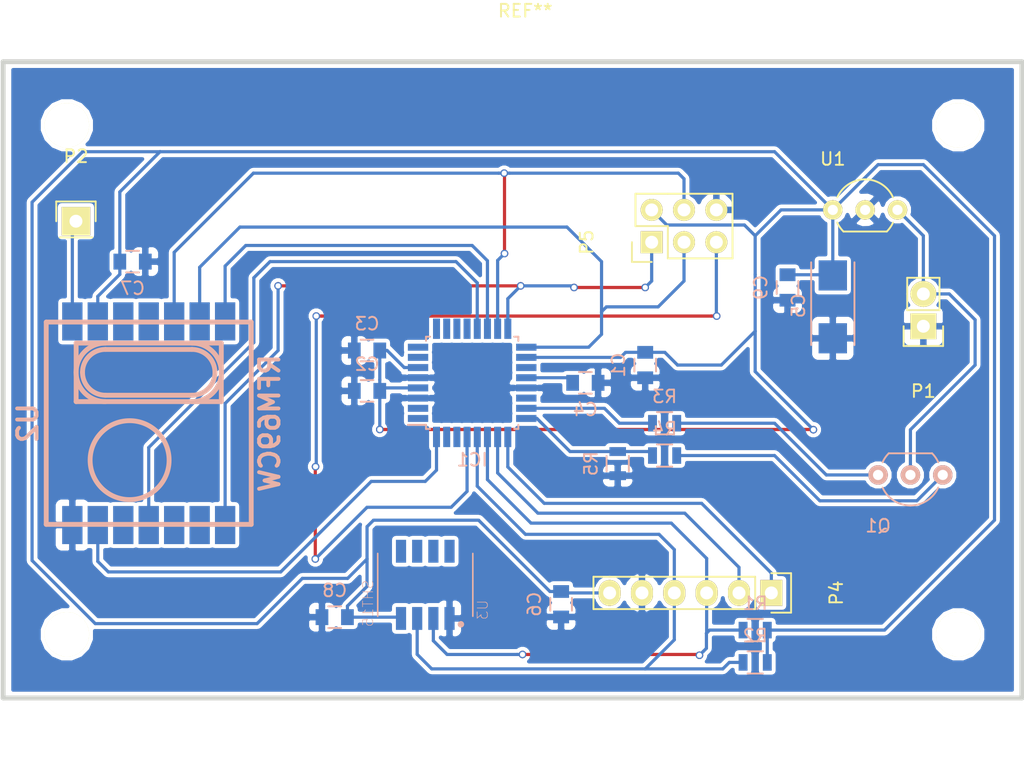
<source format=kicad_pcb>
(kicad_pcb (version 4) (host pcbnew 4.0.1-stable)

  (general
    (links 62)
    (no_connects 6)
    (area 92.895 68.0646 173.735341 129.16626)
    (thickness 1.6)
    (drawings 0)
    (tracks 215)
    (zones 0)
    (modules 24)
    (nets 21)
  )

  (page A4)
  (layers
    (0 F.Cu signal)
    (31 B.Cu signal)
    (32 B.Adhes user)
    (33 F.Adhes user)
    (34 B.Paste user)
    (35 F.Paste user)
    (36 B.SilkS user)
    (37 F.SilkS user)
    (38 B.Mask user)
    (39 F.Mask user)
    (40 Dwgs.User user)
    (41 Cmts.User user)
    (42 Eco1.User user)
    (43 Eco2.User user)
    (44 Edge.Cuts user)
    (45 Margin user)
    (46 B.CrtYd user)
    (47 F.CrtYd user)
    (48 B.Fab user)
    (49 F.Fab user)
  )

  (setup
    (last_trace_width 0.25)
    (trace_clearance 0.2)
    (zone_clearance 0.3)
    (zone_45_only no)
    (trace_min 0.2)
    (segment_width 0.2)
    (edge_width 0.15)
    (via_size 0.6)
    (via_drill 0.4)
    (via_min_size 0.4)
    (via_min_drill 0.3)
    (uvia_size 0.3)
    (uvia_drill 0.1)
    (uvias_allowed no)
    (uvia_min_size 0.2)
    (uvia_min_drill 0.1)
    (pcb_text_width 0.3)
    (pcb_text_size 1.5 1.5)
    (mod_edge_width 0.15)
    (mod_text_size 1 1)
    (mod_text_width 0.15)
    (pad_size 1.524 1.524)
    (pad_drill 0.762)
    (pad_to_mask_clearance 0.2)
    (aux_axis_origin 0 0)
    (visible_elements 7FFFFFFF)
    (pcbplotparams
      (layerselection 0x00030_80000001)
      (usegerberextensions false)
      (excludeedgelayer true)
      (linewidth 0.100000)
      (plotframeref false)
      (viasonmask false)
      (mode 1)
      (useauxorigin false)
      (hpglpennumber 1)
      (hpglpenspeed 20)
      (hpglpendiameter 15)
      (hpglpenoverlay 2)
      (psnegative false)
      (psa4output false)
      (plotreference true)
      (plotvalue true)
      (plotinvisibletext false)
      (padsonsilk false)
      (subtractmaskfromsilk false)
      (outputformat 1)
      (mirror false)
      (drillshape 1)
      (scaleselection 1)
      (outputdirectory ""))
  )

  (net 0 "")
  (net 1 +3V3)
  (net 2 GND)
  (net 3 "Net-(C4-Pad1)")
  (net 4 "Net-(IC1-Pad13)")
  (net 5 "Net-(IC1-Pad14)")
  (net 6 "Net-(IC1-Pad15)")
  (net 7 "Net-(IC1-Pad16)")
  (net 8 "Net-(IC1-Pad17)")
  (net 9 "Net-(IC1-Pad23)")
  (net 10 "Net-(IC1-Pad24)")
  (net 11 "Net-(IC1-Pad27)")
  (net 12 "Net-(IC1-Pad28)")
  (net 13 "Net-(IC1-Pad29)")
  (net 14 +BATT)
  (net 15 "Net-(P2-Pad1)")
  (net 16 "Net-(Q1-Pad1)")
  (net 17 "Net-(Q1-Pad3)")
  (net 18 "Net-(IC1-Pad25)")
  (net 19 "Net-(IC1-Pad26)")
  (net 20 "Net-(IC1-Pad32)")

  (net_class Default "Dies ist die voreingestellte Netzklasse."
    (clearance 0.2)
    (trace_width 0.25)
    (via_dia 0.6)
    (via_drill 0.4)
    (uvia_dia 0.3)
    (uvia_drill 0.1)
    (add_net +3V3)
    (add_net +BATT)
    (add_net GND)
    (add_net "Net-(C4-Pad1)")
    (add_net "Net-(IC1-Pad13)")
    (add_net "Net-(IC1-Pad14)")
    (add_net "Net-(IC1-Pad15)")
    (add_net "Net-(IC1-Pad16)")
    (add_net "Net-(IC1-Pad17)")
    (add_net "Net-(IC1-Pad23)")
    (add_net "Net-(IC1-Pad24)")
    (add_net "Net-(IC1-Pad25)")
    (add_net "Net-(IC1-Pad26)")
    (add_net "Net-(IC1-Pad27)")
    (add_net "Net-(IC1-Pad28)")
    (add_net "Net-(IC1-Pad29)")
    (add_net "Net-(IC1-Pad32)")
    (add_net "Net-(P2-Pad1)")
    (add_net "Net-(Q1-Pad1)")
    (add_net "Net-(Q1-Pad3)")
  )

  (module EuroBoard_Outline:EuroBoard_viertel_Type-I_80mmX50mm_holes locked (layer F.Cu) (tedit 0) (tstamp 56EDBA76)
    (at 93.345 123.19)
    (descr "Outline, Eurocard 1/4, Type I,  80x50mm, with holes 3,5mm,")
    (tags "Outline, Eurocard 1/4, Type I, 80x50mm, with holes 3,5mm,")
    (fp_text reference REF** (at 41.00068 -54.0004) (layer F.SilkS)
      (effects (font (size 1 1) (thickness 0.15)))
    )
    (fp_text value EuroBoard_viertel_Type-I_80mmX50mm_holes (at 41.9989 5.00126) (layer F.Fab)
      (effects (font (size 1 1) (thickness 0.15)))
    )
    (fp_line (start 0 0) (end 0 -49.9999) (layer Edge.Cuts) (width 0.381))
    (fp_line (start 0 -49.9999) (end 79.99984 -49.9999) (layer Edge.Cuts) (width 0.381))
    (fp_line (start 79.99984 -49.9999) (end 79.99984 0) (layer Edge.Cuts) (width 0.381))
    (fp_line (start 79.99984 0) (end 0 0) (layer Edge.Cuts) (width 0.381))
    (pad "" np_thru_hole circle (at 5.00126 -5.00126) (size 3.50012 3.50012) (drill 3.50012) (layers *.Cu *.Mask F.SilkS))
    (pad "" np_thru_hole circle (at 5.00126 -45.00118) (size 3.50012 3.50012) (drill 3.50012) (layers *.Cu *.Mask F.SilkS))
    (pad "" np_thru_hole circle (at 75.00112 -45.00118) (size 3.50012 3.50012) (drill 3.50012) (layers *.Cu *.Mask F.SilkS))
    (pad "" np_thru_hole circle (at 75.00112 -5.00126) (size 3.50012 3.50012) (drill 3.50012) (layers *.Cu *.Mask F.SilkS))
  )

  (module DFN747X493X250-8N (layer B.Cu) (tedit 0) (tstamp 56EEA64B)
    (at 126.492 114.3 90)
    (path /56EEA598)
    (solder_mask_margin 0.1)
    (attr smd)
    (fp_text reference U3 (at -1.968 4.508 90) (layer B.SilkS)
      (effects (font (size 0.8 0.8) (thickness 0.05)) (justify mirror))
    )
    (fp_text value SHT15 (at -1.46 -4.492 90) (layer B.SilkS)
      (effects (font (size 0.8 0.8) (thickness 0.05)) (justify mirror))
    )
    (fp_line (start -2.465 -3.735) (end 2.465 -3.735) (layer B.SilkS) (width 0.127))
    (fp_line (start 2.465 -3.735) (end 2.465 3.735) (layer Dwgs.User) (width 0.127))
    (fp_line (start 2.465 3.735) (end -2.465 3.735) (layer B.SilkS) (width 0.127))
    (fp_line (start -2.465 3.735) (end -2.465 -3.735) (layer Dwgs.User) (width 0.127))
    (fp_line (start -1.65 -1.415) (end 1.65 -1.415) (layer Dwgs.User) (width 0.127))
    (fp_line (start 1.65 -1.415) (end 1.65 2.785) (layer Dwgs.User) (width 0.127))
    (fp_line (start 1.65 2.785) (end -1.65 2.785) (layer Dwgs.User) (width 0.127))
    (fp_line (start -1.65 2.785) (end -1.65 -1.415) (layer Dwgs.User) (width 0.127))
    (fp_arc (start 0 -1.415) (end -1.65 -1.415) (angle 180) (layer Dwgs.User) (width 0.127))
    (fp_circle (center 0 2.355) (end 0.3 2.355) (layer Dwgs.User) (width 0))
    (fp_circle (center -3.1 2.8) (end -2.846 2.8) (layer B.SilkS) (width 0))
    (fp_line (start -4 4) (end 4 4) (layer Dwgs.User) (width 0.127))
    (fp_line (start 4 4) (end 4 -4) (layer Dwgs.User) (width 0.127))
    (fp_line (start 4 -4) (end -4 -4) (layer Dwgs.User) (width 0.127))
    (fp_line (start -4 -4) (end -4 4) (layer Dwgs.User) (width 0.127))
    (pad 2 smd rect (at -2.64 0.635 90) (size 1.8 0.8) (layers B.Cu B.Paste B.Mask)
      (net 11 "Net-(IC1-Pad27)") (solder_mask_margin 0.2))
    (pad 3 smd rect (at -2.64 -0.635 90) (size 1.8 0.8) (layers B.Cu B.Paste B.Mask)
      (net 12 "Net-(IC1-Pad28)") (solder_mask_margin 0.2))
    (pad 1 smd rect (at -2.64 1.905 90) (size 1.8 0.8) (layers B.Cu B.Paste B.Mask)
      (net 2 GND) (solder_mask_margin 0.2))
    (pad 4 smd rect (at -2.64 -1.905 90) (size 1.8 0.8) (layers B.Cu B.Paste B.Mask)
      (net 1 +3V3) (solder_mask_margin 0.2))
    (pad 7 smd rect (at 2.64 0.635 90) (size 1.8 0.8) (layers B.Cu B.Paste B.Mask)
      (solder_mask_margin 0.2))
    (pad 6 smd rect (at 2.64 -0.635 90) (size 1.8 0.8) (layers B.Cu B.Paste B.Mask)
      (solder_mask_margin 0.2))
    (pad 8 smd rect (at 2.64 1.905 90) (size 1.8 0.8) (layers B.Cu B.Paste B.Mask)
      (solder_mask_margin 0.2))
    (pad 5 smd rect (at 2.64 -1.905 90) (size 1.8 0.8) (layers B.Cu B.Paste B.Mask)
      (solder_mask_margin 0.2))
  )

  (module Capacitors_SMD:C_0805 (layer B.Cu) (tedit 5415D6EA) (tstamp 56EDB8FA)
    (at 143.764 97.028 270)
    (descr "Capacitor SMD 0805, reflow soldering, AVX (see smccp.pdf)")
    (tags "capacitor 0805")
    (path /56EB1F73)
    (attr smd)
    (fp_text reference C1 (at 0 2.1 270) (layer B.SilkS)
      (effects (font (size 1 1) (thickness 0.15)) (justify mirror))
    )
    (fp_text value 100nF (at 0 -2.1 270) (layer B.Fab)
      (effects (font (size 1 1) (thickness 0.15)) (justify mirror))
    )
    (fp_line (start -1.8 1) (end 1.8 1) (layer B.CrtYd) (width 0.05))
    (fp_line (start -1.8 -1) (end 1.8 -1) (layer B.CrtYd) (width 0.05))
    (fp_line (start -1.8 1) (end -1.8 -1) (layer B.CrtYd) (width 0.05))
    (fp_line (start 1.8 1) (end 1.8 -1) (layer B.CrtYd) (width 0.05))
    (fp_line (start 0.5 0.85) (end -0.5 0.85) (layer B.SilkS) (width 0.15))
    (fp_line (start -0.5 -0.85) (end 0.5 -0.85) (layer B.SilkS) (width 0.15))
    (pad 1 smd rect (at -1 0 270) (size 1 1.25) (layers B.Cu B.Paste B.Mask)
      (net 1 +3V3))
    (pad 2 smd rect (at 1 0 270) (size 1 1.25) (layers B.Cu B.Paste B.Mask)
      (net 2 GND))
    (model Capacitors_SMD.3dshapes/C_0805.wrl
      (at (xyz 0 0 0))
      (scale (xyz 1 1 1))
      (rotate (xyz 0 0 0))
    )
  )

  (module Capacitors_SMD:C_0805 (layer B.Cu) (tedit 5415D6EA) (tstamp 56EDB900)
    (at 121.92 99.06 180)
    (descr "Capacitor SMD 0805, reflow soldering, AVX (see smccp.pdf)")
    (tags "capacitor 0805")
    (path /56EB20C8)
    (attr smd)
    (fp_text reference C2 (at 0 2.1 180) (layer B.SilkS)
      (effects (font (size 1 1) (thickness 0.15)) (justify mirror))
    )
    (fp_text value 100nF (at 0 -2.1 180) (layer B.Fab)
      (effects (font (size 1 1) (thickness 0.15)) (justify mirror))
    )
    (fp_line (start -1.8 1) (end 1.8 1) (layer B.CrtYd) (width 0.05))
    (fp_line (start -1.8 -1) (end 1.8 -1) (layer B.CrtYd) (width 0.05))
    (fp_line (start -1.8 1) (end -1.8 -1) (layer B.CrtYd) (width 0.05))
    (fp_line (start 1.8 1) (end 1.8 -1) (layer B.CrtYd) (width 0.05))
    (fp_line (start 0.5 0.85) (end -0.5 0.85) (layer B.SilkS) (width 0.15))
    (fp_line (start -0.5 -0.85) (end 0.5 -0.85) (layer B.SilkS) (width 0.15))
    (pad 1 smd rect (at -1 0 180) (size 1 1.25) (layers B.Cu B.Paste B.Mask)
      (net 1 +3V3))
    (pad 2 smd rect (at 1 0 180) (size 1 1.25) (layers B.Cu B.Paste B.Mask)
      (net 2 GND))
    (model Capacitors_SMD.3dshapes/C_0805.wrl
      (at (xyz 0 0 0))
      (scale (xyz 1 1 1))
      (rotate (xyz 0 0 0))
    )
  )

  (module Capacitors_SMD:C_0805 (layer B.Cu) (tedit 5415D6EA) (tstamp 56EDB906)
    (at 121.92 95.885 180)
    (descr "Capacitor SMD 0805, reflow soldering, AVX (see smccp.pdf)")
    (tags "capacitor 0805")
    (path /56EB20E7)
    (attr smd)
    (fp_text reference C3 (at 0 2.1 180) (layer B.SilkS)
      (effects (font (size 1 1) (thickness 0.15)) (justify mirror))
    )
    (fp_text value 100nF (at 0 -2.1 180) (layer B.Fab)
      (effects (font (size 1 1) (thickness 0.15)) (justify mirror))
    )
    (fp_line (start -1.8 1) (end 1.8 1) (layer B.CrtYd) (width 0.05))
    (fp_line (start -1.8 -1) (end 1.8 -1) (layer B.CrtYd) (width 0.05))
    (fp_line (start -1.8 1) (end -1.8 -1) (layer B.CrtYd) (width 0.05))
    (fp_line (start 1.8 1) (end 1.8 -1) (layer B.CrtYd) (width 0.05))
    (fp_line (start 0.5 0.85) (end -0.5 0.85) (layer B.SilkS) (width 0.15))
    (fp_line (start -0.5 -0.85) (end 0.5 -0.85) (layer B.SilkS) (width 0.15))
    (pad 1 smd rect (at -1 0 180) (size 1 1.25) (layers B.Cu B.Paste B.Mask)
      (net 1 +3V3))
    (pad 2 smd rect (at 1 0 180) (size 1 1.25) (layers B.Cu B.Paste B.Mask)
      (net 2 GND))
    (model Capacitors_SMD.3dshapes/C_0805.wrl
      (at (xyz 0 0 0))
      (scale (xyz 1 1 1))
      (rotate (xyz 0 0 0))
    )
  )

  (module Capacitors_SMD:C_0805 (layer B.Cu) (tedit 5415D6EA) (tstamp 56EDB90C)
    (at 139.065 98.425)
    (descr "Capacitor SMD 0805, reflow soldering, AVX (see smccp.pdf)")
    (tags "capacitor 0805")
    (path /56EB2109)
    (attr smd)
    (fp_text reference C4 (at 0 2.1) (layer B.SilkS)
      (effects (font (size 1 1) (thickness 0.15)) (justify mirror))
    )
    (fp_text value 100nF (at 0 -2.1) (layer B.Fab)
      (effects (font (size 1 1) (thickness 0.15)) (justify mirror))
    )
    (fp_line (start -1.8 1) (end 1.8 1) (layer B.CrtYd) (width 0.05))
    (fp_line (start -1.8 -1) (end 1.8 -1) (layer B.CrtYd) (width 0.05))
    (fp_line (start -1.8 1) (end -1.8 -1) (layer B.CrtYd) (width 0.05))
    (fp_line (start 1.8 1) (end 1.8 -1) (layer B.CrtYd) (width 0.05))
    (fp_line (start 0.5 0.85) (end -0.5 0.85) (layer B.SilkS) (width 0.15))
    (fp_line (start -0.5 -0.85) (end 0.5 -0.85) (layer B.SilkS) (width 0.15))
    (pad 1 smd rect (at -1 0) (size 1 1.25) (layers B.Cu B.Paste B.Mask)
      (net 3 "Net-(C4-Pad1)"))
    (pad 2 smd rect (at 1 0) (size 1 1.25) (layers B.Cu B.Paste B.Mask)
      (net 2 GND))
    (model Capacitors_SMD.3dshapes/C_0805.wrl
      (at (xyz 0 0 0))
      (scale (xyz 1 1 1))
      (rotate (xyz 0 0 0))
    )
  )

  (module Capacitors_Tantalum_SMD:TantalC_SizeC_EIA-6032_Reflow (layer B.Cu) (tedit 555EF86D) (tstamp 56EDB912)
    (at 158.496 92.456 270)
    (descr "Tantal Cap. , Size C, EIA-6032, Reflow")
    (tags "Tantal Capacitor Size-C EIA-6032 Reflow")
    (path /56EDC0E0)
    (attr smd)
    (fp_text reference C5 (at -0.1 2.7 270) (layer B.SilkS)
      (effects (font (size 1 1) (thickness 0.15)) (justify mirror))
    )
    (fp_text value CP (at 0 -2.9 270) (layer B.Fab)
      (effects (font (size 1 1) (thickness 0.15)) (justify mirror))
    )
    (fp_line (start 4 2) (end -4 2) (layer B.CrtYd) (width 0.05))
    (fp_line (start -4 2) (end -4 -2) (layer B.CrtYd) (width 0.05))
    (fp_line (start -4 -2) (end 4 -2) (layer B.CrtYd) (width 0.05))
    (fp_line (start 4 -2) (end 4 2) (layer B.CrtYd) (width 0.05))
    (fp_line (start 3 -1.7) (end -3.5 -1.7) (layer B.SilkS) (width 0.15))
    (fp_line (start 3 1.7) (end -3.5 1.7) (layer B.SilkS) (width 0.15))
    (pad 2 smd rect (at 2.47 0 270) (size 2.37 2.23) (layers B.Cu B.Paste B.Mask)
      (net 2 GND))
    (pad 1 smd rect (at -2.47 0 270) (size 2.37 2.23) (layers B.Cu B.Paste B.Mask)
      (net 1 +3V3))
    (model Capacitors_Tantalum_SMD.3dshapes/TantalC_SizeC_EIA-6032_Reflow.wrl
      (at (xyz 0 0 0))
      (scale (xyz 1 1 1))
      (rotate (xyz 0 0 180))
    )
  )

  (module Capacitors_SMD:C_0805 (layer B.Cu) (tedit 5415D6EA) (tstamp 56EDB918)
    (at 137.16 115.824 270)
    (descr "Capacitor SMD 0805, reflow soldering, AVX (see smccp.pdf)")
    (tags "capacitor 0805")
    (path /56EDC2A0)
    (attr smd)
    (fp_text reference C6 (at 0 2.1 270) (layer B.SilkS)
      (effects (font (size 1 1) (thickness 0.15)) (justify mirror))
    )
    (fp_text value 100nF (at 0 -2.1 270) (layer B.Fab)
      (effects (font (size 1 1) (thickness 0.15)) (justify mirror))
    )
    (fp_line (start -1.8 1) (end 1.8 1) (layer B.CrtYd) (width 0.05))
    (fp_line (start -1.8 -1) (end 1.8 -1) (layer B.CrtYd) (width 0.05))
    (fp_line (start -1.8 1) (end -1.8 -1) (layer B.CrtYd) (width 0.05))
    (fp_line (start 1.8 1) (end 1.8 -1) (layer B.CrtYd) (width 0.05))
    (fp_line (start 0.5 0.85) (end -0.5 0.85) (layer B.SilkS) (width 0.15))
    (fp_line (start -0.5 -0.85) (end 0.5 -0.85) (layer B.SilkS) (width 0.15))
    (pad 1 smd rect (at -1 0 270) (size 1 1.25) (layers B.Cu B.Paste B.Mask)
      (net 1 +3V3))
    (pad 2 smd rect (at 1 0 270) (size 1 1.25) (layers B.Cu B.Paste B.Mask)
      (net 2 GND))
    (model Capacitors_SMD.3dshapes/C_0805.wrl
      (at (xyz 0 0 0))
      (scale (xyz 1 1 1))
      (rotate (xyz 0 0 0))
    )
  )

  (module Capacitors_SMD:C_0805 (layer B.Cu) (tedit 5415D6EA) (tstamp 56EDB91E)
    (at 103.505 88.9)
    (descr "Capacitor SMD 0805, reflow soldering, AVX (see smccp.pdf)")
    (tags "capacitor 0805")
    (path /56ECA03D)
    (attr smd)
    (fp_text reference C7 (at 0 2.1) (layer B.SilkS)
      (effects (font (size 1 1) (thickness 0.15)) (justify mirror))
    )
    (fp_text value 100nF (at 0 -2.1) (layer B.Fab)
      (effects (font (size 1 1) (thickness 0.15)) (justify mirror))
    )
    (fp_line (start -1.8 1) (end 1.8 1) (layer B.CrtYd) (width 0.05))
    (fp_line (start -1.8 -1) (end 1.8 -1) (layer B.CrtYd) (width 0.05))
    (fp_line (start -1.8 1) (end -1.8 -1) (layer B.CrtYd) (width 0.05))
    (fp_line (start 1.8 1) (end 1.8 -1) (layer B.CrtYd) (width 0.05))
    (fp_line (start 0.5 0.85) (end -0.5 0.85) (layer B.SilkS) (width 0.15))
    (fp_line (start -0.5 -0.85) (end 0.5 -0.85) (layer B.SilkS) (width 0.15))
    (pad 1 smd rect (at -1 0) (size 1 1.25) (layers B.Cu B.Paste B.Mask)
      (net 1 +3V3))
    (pad 2 smd rect (at 1 0) (size 1 1.25) (layers B.Cu B.Paste B.Mask)
      (net 2 GND))
    (model Capacitors_SMD.3dshapes/C_0805.wrl
      (at (xyz 0 0 0))
      (scale (xyz 1 1 1))
      (rotate (xyz 0 0 0))
    )
  )

  (module Capacitors_SMD:C_0805 (layer B.Cu) (tedit 5415D6EA) (tstamp 56EDB924)
    (at 119.38 116.84 180)
    (descr "Capacitor SMD 0805, reflow soldering, AVX (see smccp.pdf)")
    (tags "capacitor 0805")
    (path /56ED6054)
    (attr smd)
    (fp_text reference C8 (at 0 2.1 180) (layer B.SilkS)
      (effects (font (size 1 1) (thickness 0.15)) (justify mirror))
    )
    (fp_text value 100nF (at 0 -2.1 180) (layer B.Fab)
      (effects (font (size 1 1) (thickness 0.15)) (justify mirror))
    )
    (fp_line (start -1.8 1) (end 1.8 1) (layer B.CrtYd) (width 0.05))
    (fp_line (start -1.8 -1) (end 1.8 -1) (layer B.CrtYd) (width 0.05))
    (fp_line (start -1.8 1) (end -1.8 -1) (layer B.CrtYd) (width 0.05))
    (fp_line (start 1.8 1) (end 1.8 -1) (layer B.CrtYd) (width 0.05))
    (fp_line (start 0.5 0.85) (end -0.5 0.85) (layer B.SilkS) (width 0.15))
    (fp_line (start -0.5 -0.85) (end 0.5 -0.85) (layer B.SilkS) (width 0.15))
    (pad 1 smd rect (at -1 0 180) (size 1 1.25) (layers B.Cu B.Paste B.Mask)
      (net 1 +3V3))
    (pad 2 smd rect (at 1 0 180) (size 1 1.25) (layers B.Cu B.Paste B.Mask)
      (net 2 GND))
    (model Capacitors_SMD.3dshapes/C_0805.wrl
      (at (xyz 0 0 0))
      (scale (xyz 1 1 1))
      (rotate (xyz 0 0 0))
    )
  )

  (module Capacitors_SMD:C_0805 (layer B.Cu) (tedit 5415D6EA) (tstamp 56EDB92A)
    (at 154.94 90.932 270)
    (descr "Capacitor SMD 0805, reflow soldering, AVX (see smccp.pdf)")
    (tags "capacitor 0805")
    (path /56ED6C2F)
    (attr smd)
    (fp_text reference C9 (at 0 2.1 270) (layer B.SilkS)
      (effects (font (size 1 1) (thickness 0.15)) (justify mirror))
    )
    (fp_text value 100nF (at 0 -2.1 270) (layer B.Fab)
      (effects (font (size 1 1) (thickness 0.15)) (justify mirror))
    )
    (fp_line (start -1.8 1) (end 1.8 1) (layer B.CrtYd) (width 0.05))
    (fp_line (start -1.8 -1) (end 1.8 -1) (layer B.CrtYd) (width 0.05))
    (fp_line (start -1.8 1) (end -1.8 -1) (layer B.CrtYd) (width 0.05))
    (fp_line (start 1.8 1) (end 1.8 -1) (layer B.CrtYd) (width 0.05))
    (fp_line (start 0.5 0.85) (end -0.5 0.85) (layer B.SilkS) (width 0.15))
    (fp_line (start -0.5 -0.85) (end 0.5 -0.85) (layer B.SilkS) (width 0.15))
    (pad 1 smd rect (at -1 0 270) (size 1 1.25) (layers B.Cu B.Paste B.Mask)
      (net 1 +3V3))
    (pad 2 smd rect (at 1 0 270) (size 1 1.25) (layers B.Cu B.Paste B.Mask)
      (net 2 GND))
    (model Capacitors_SMD.3dshapes/C_0805.wrl
      (at (xyz 0 0 0))
      (scale (xyz 1 1 1))
      (rotate (xyz 0 0 0))
    )
  )

  (module Housings_QFP:TQFP-32_7x7mm_Pitch0.8mm (layer B.Cu) (tedit 54130A77) (tstamp 56EDB94E)
    (at 130.175 98.425)
    (descr "32-Lead Plastic Thin Quad Flatpack (PT) - 7x7x1.0 mm Body, 2.00 mm [TQFP] (see Microchip Packaging Specification 00000049BS.pdf)")
    (tags "QFP 0.8")
    (path /56EB1E65)
    (attr smd)
    (fp_text reference IC1 (at 0 6.05) (layer B.SilkS)
      (effects (font (size 1 1) (thickness 0.15)) (justify mirror))
    )
    (fp_text value ATMEGA88PA-A (at 0 -6.05) (layer B.Fab)
      (effects (font (size 1 1) (thickness 0.15)) (justify mirror))
    )
    (fp_line (start -5.3 5.3) (end -5.3 -5.3) (layer B.CrtYd) (width 0.05))
    (fp_line (start 5.3 5.3) (end 5.3 -5.3) (layer B.CrtYd) (width 0.05))
    (fp_line (start -5.3 5.3) (end 5.3 5.3) (layer B.CrtYd) (width 0.05))
    (fp_line (start -5.3 -5.3) (end 5.3 -5.3) (layer B.CrtYd) (width 0.05))
    (fp_line (start -3.625 3.625) (end -3.625 3.3) (layer B.SilkS) (width 0.15))
    (fp_line (start 3.625 3.625) (end 3.625 3.3) (layer B.SilkS) (width 0.15))
    (fp_line (start 3.625 -3.625) (end 3.625 -3.3) (layer B.SilkS) (width 0.15))
    (fp_line (start -3.625 -3.625) (end -3.625 -3.3) (layer B.SilkS) (width 0.15))
    (fp_line (start -3.625 3.625) (end -3.3 3.625) (layer B.SilkS) (width 0.15))
    (fp_line (start -3.625 -3.625) (end -3.3 -3.625) (layer B.SilkS) (width 0.15))
    (fp_line (start 3.625 -3.625) (end 3.3 -3.625) (layer B.SilkS) (width 0.15))
    (fp_line (start 3.625 3.625) (end 3.3 3.625) (layer B.SilkS) (width 0.15))
    (fp_line (start -3.625 3.3) (end -5.05 3.3) (layer B.SilkS) (width 0.15))
    (pad 1 smd rect (at -4.25 2.8) (size 1.6 0.55) (layers B.Cu B.Paste B.Mask))
    (pad 2 smd rect (at -4.25 2) (size 1.6 0.55) (layers B.Cu B.Paste B.Mask))
    (pad 3 smd rect (at -4.25 1.2) (size 1.6 0.55) (layers B.Cu B.Paste B.Mask)
      (net 2 GND))
    (pad 4 smd rect (at -4.25 0.4) (size 1.6 0.55) (layers B.Cu B.Paste B.Mask)
      (net 1 +3V3))
    (pad 5 smd rect (at -4.25 -0.4) (size 1.6 0.55) (layers B.Cu B.Paste B.Mask)
      (net 2 GND))
    (pad 6 smd rect (at -4.25 -1.2) (size 1.6 0.55) (layers B.Cu B.Paste B.Mask)
      (net 1 +3V3))
    (pad 7 smd rect (at -4.25 -2) (size 1.6 0.55) (layers B.Cu B.Paste B.Mask))
    (pad 8 smd rect (at -4.25 -2.8) (size 1.6 0.55) (layers B.Cu B.Paste B.Mask))
    (pad 9 smd rect (at -2.8 -4.25 270) (size 1.6 0.55) (layers B.Cu B.Paste B.Mask))
    (pad 10 smd rect (at -2 -4.25 270) (size 1.6 0.55) (layers B.Cu B.Paste B.Mask))
    (pad 11 smd rect (at -1.2 -4.25 270) (size 1.6 0.55) (layers B.Cu B.Paste B.Mask))
    (pad 12 smd rect (at -0.4 -4.25 270) (size 1.6 0.55) (layers B.Cu B.Paste B.Mask))
    (pad 13 smd rect (at 0.4 -4.25 270) (size 1.6 0.55) (layers B.Cu B.Paste B.Mask)
      (net 4 "Net-(IC1-Pad13)"))
    (pad 14 smd rect (at 1.2 -4.25 270) (size 1.6 0.55) (layers B.Cu B.Paste B.Mask)
      (net 5 "Net-(IC1-Pad14)"))
    (pad 15 smd rect (at 2 -4.25 270) (size 1.6 0.55) (layers B.Cu B.Paste B.Mask)
      (net 6 "Net-(IC1-Pad15)"))
    (pad 16 smd rect (at 2.8 -4.25 270) (size 1.6 0.55) (layers B.Cu B.Paste B.Mask)
      (net 7 "Net-(IC1-Pad16)"))
    (pad 17 smd rect (at 4.25 -2.8) (size 1.6 0.55) (layers B.Cu B.Paste B.Mask)
      (net 8 "Net-(IC1-Pad17)"))
    (pad 18 smd rect (at 4.25 -2) (size 1.6 0.55) (layers B.Cu B.Paste B.Mask)
      (net 1 +3V3))
    (pad 19 smd rect (at 4.25 -1.2) (size 1.6 0.55) (layers B.Cu B.Paste B.Mask))
    (pad 20 smd rect (at 4.25 -0.4) (size 1.6 0.55) (layers B.Cu B.Paste B.Mask)
      (net 3 "Net-(C4-Pad1)"))
    (pad 21 smd rect (at 4.25 0.4) (size 1.6 0.55) (layers B.Cu B.Paste B.Mask)
      (net 2 GND))
    (pad 22 smd rect (at 4.25 1.2) (size 1.6 0.55) (layers B.Cu B.Paste B.Mask))
    (pad 23 smd rect (at 4.25 2) (size 1.6 0.55) (layers B.Cu B.Paste B.Mask)
      (net 9 "Net-(IC1-Pad23)"))
    (pad 24 smd rect (at 4.25 2.8) (size 1.6 0.55) (layers B.Cu B.Paste B.Mask)
      (net 10 "Net-(IC1-Pad24)"))
    (pad 25 smd rect (at 2.8 4.25 270) (size 1.6 0.55) (layers B.Cu B.Paste B.Mask)
      (net 18 "Net-(IC1-Pad25)"))
    (pad 26 smd rect (at 2 4.25 270) (size 1.6 0.55) (layers B.Cu B.Paste B.Mask)
      (net 19 "Net-(IC1-Pad26)"))
    (pad 27 smd rect (at 1.2 4.25 270) (size 1.6 0.55) (layers B.Cu B.Paste B.Mask)
      (net 11 "Net-(IC1-Pad27)"))
    (pad 28 smd rect (at 0.4 4.25 270) (size 1.6 0.55) (layers B.Cu B.Paste B.Mask)
      (net 12 "Net-(IC1-Pad28)"))
    (pad 29 smd rect (at -0.4 4.25 270) (size 1.6 0.55) (layers B.Cu B.Paste B.Mask)
      (net 13 "Net-(IC1-Pad29)"))
    (pad 30 smd rect (at -1.2 4.25 270) (size 1.6 0.55) (layers B.Cu B.Paste B.Mask))
    (pad 31 smd rect (at -2 4.25 270) (size 1.6 0.55) (layers B.Cu B.Paste B.Mask))
    (pad 32 smd rect (at -2.8 4.25 270) (size 1.6 0.55) (layers B.Cu B.Paste B.Mask)
      (net 20 "Net-(IC1-Pad32)"))
    (model Housings_QFP.3dshapes/TQFP-32_7x7mm_Pitch0.8mm.wrl
      (at (xyz 0 0 0))
      (scale (xyz 1 1 1))
      (rotate (xyz 0 0 0))
    )
  )

  (module Pin_Headers:Pin_Header_Straight_1x01 (layer F.Cu) (tedit 54EA08DC) (tstamp 56EDB959)
    (at 99.06 85.725)
    (descr "Through hole pin header")
    (tags "pin header")
    (path /56EDA9BD)
    (fp_text reference P2 (at 0 -5.1) (layer F.SilkS)
      (effects (font (size 1 1) (thickness 0.15)))
    )
    (fp_text value CONN_01X01 (at 0 -3.1) (layer F.Fab)
      (effects (font (size 1 1) (thickness 0.15)))
    )
    (fp_line (start 1.55 -1.55) (end 1.55 0) (layer F.SilkS) (width 0.15))
    (fp_line (start -1.75 -1.75) (end -1.75 1.75) (layer F.CrtYd) (width 0.05))
    (fp_line (start 1.75 -1.75) (end 1.75 1.75) (layer F.CrtYd) (width 0.05))
    (fp_line (start -1.75 -1.75) (end 1.75 -1.75) (layer F.CrtYd) (width 0.05))
    (fp_line (start -1.75 1.75) (end 1.75 1.75) (layer F.CrtYd) (width 0.05))
    (fp_line (start -1.55 0) (end -1.55 -1.55) (layer F.SilkS) (width 0.15))
    (fp_line (start -1.55 -1.55) (end 1.55 -1.55) (layer F.SilkS) (width 0.15))
    (fp_line (start -1.27 1.27) (end 1.27 1.27) (layer F.SilkS) (width 0.15))
    (pad 1 thru_hole rect (at 0 0) (size 2.2352 2.2352) (drill 1.016) (layers *.Cu *.Mask F.SilkS)
      (net 15 "Net-(P2-Pad1)"))
    (model Pin_Headers.3dshapes/Pin_Header_Straight_1x01.wrl
      (at (xyz 0 0 0))
      (scale (xyz 1 1 1))
      (rotate (xyz 0 0 90))
    )
  )

  (module Pin_Headers:Pin_Header_Straight_1x06 (layer F.Cu) (tedit 0) (tstamp 56EDB96B)
    (at 153.67 114.935 270)
    (descr "Through hole pin header")
    (tags "pin header")
    (path /56ED65A5)
    (fp_text reference P4 (at 0 -5.1 270) (layer F.SilkS)
      (effects (font (size 1 1) (thickness 0.15)))
    )
    (fp_text value MPL115A2 (at 0 -3.1 270) (layer F.Fab)
      (effects (font (size 1 1) (thickness 0.15)))
    )
    (fp_line (start -1.75 -1.75) (end -1.75 14.45) (layer F.CrtYd) (width 0.05))
    (fp_line (start 1.75 -1.75) (end 1.75 14.45) (layer F.CrtYd) (width 0.05))
    (fp_line (start -1.75 -1.75) (end 1.75 -1.75) (layer F.CrtYd) (width 0.05))
    (fp_line (start -1.75 14.45) (end 1.75 14.45) (layer F.CrtYd) (width 0.05))
    (fp_line (start 1.27 1.27) (end 1.27 13.97) (layer F.SilkS) (width 0.15))
    (fp_line (start 1.27 13.97) (end -1.27 13.97) (layer F.SilkS) (width 0.15))
    (fp_line (start -1.27 13.97) (end -1.27 1.27) (layer F.SilkS) (width 0.15))
    (fp_line (start 1.55 -1.55) (end 1.55 0) (layer F.SilkS) (width 0.15))
    (fp_line (start 1.27 1.27) (end -1.27 1.27) (layer F.SilkS) (width 0.15))
    (fp_line (start -1.55 0) (end -1.55 -1.55) (layer F.SilkS) (width 0.15))
    (fp_line (start -1.55 -1.55) (end 1.55 -1.55) (layer F.SilkS) (width 0.15))
    (pad 1 thru_hole rect (at 0 0 270) (size 2.032 1.7272) (drill 1.016) (layers *.Cu *.Mask F.SilkS)
      (net 18 "Net-(IC1-Pad25)"))
    (pad 2 thru_hole oval (at 0 2.54 270) (size 2.032 1.7272) (drill 1.016) (layers *.Cu *.Mask F.SilkS)
      (net 19 "Net-(IC1-Pad26)"))
    (pad 3 thru_hole oval (at 0 5.08 270) (size 2.032 1.7272) (drill 1.016) (layers *.Cu *.Mask F.SilkS)
      (net 11 "Net-(IC1-Pad27)"))
    (pad 4 thru_hole oval (at 0 7.62 270) (size 2.032 1.7272) (drill 1.016) (layers *.Cu *.Mask F.SilkS)
      (net 12 "Net-(IC1-Pad28)"))
    (pad 5 thru_hole oval (at 0 10.16 270) (size 2.032 1.7272) (drill 1.016) (layers *.Cu *.Mask F.SilkS)
      (net 2 GND))
    (pad 6 thru_hole oval (at 0 12.7 270) (size 2.032 1.7272) (drill 1.016) (layers *.Cu *.Mask F.SilkS)
      (net 1 +3V3))
    (model Pin_Headers.3dshapes/Pin_Header_Straight_1x06.wrl
      (at (xyz 0 -0.25 0))
      (scale (xyz 1 1 1))
      (rotate (xyz 0 0 90))
    )
  )

  (module Resistors_SMD:R_0805 (layer B.Cu) (tedit 5415CDEB) (tstamp 56EDB982)
    (at 152.4 117.856 180)
    (descr "Resistor SMD 0805, reflow soldering, Vishay (see dcrcw.pdf)")
    (tags "resistor 0805")
    (path /56EDEDD9)
    (attr smd)
    (fp_text reference R1 (at 0 2.1 180) (layer B.SilkS)
      (effects (font (size 1 1) (thickness 0.15)) (justify mirror))
    )
    (fp_text value R (at 0 -2.1 180) (layer B.Fab)
      (effects (font (size 1 1) (thickness 0.15)) (justify mirror))
    )
    (fp_line (start -1.6 1) (end 1.6 1) (layer B.CrtYd) (width 0.05))
    (fp_line (start -1.6 -1) (end 1.6 -1) (layer B.CrtYd) (width 0.05))
    (fp_line (start -1.6 1) (end -1.6 -1) (layer B.CrtYd) (width 0.05))
    (fp_line (start 1.6 1) (end 1.6 -1) (layer B.CrtYd) (width 0.05))
    (fp_line (start 0.6 -0.875) (end -0.6 -0.875) (layer B.SilkS) (width 0.15))
    (fp_line (start -0.6 0.875) (end 0.6 0.875) (layer B.SilkS) (width 0.15))
    (pad 1 smd rect (at -0.95 0 180) (size 0.7 1.3) (layers B.Cu B.Paste B.Mask)
      (net 1 +3V3))
    (pad 2 smd rect (at 0.95 0 180) (size 0.7 1.3) (layers B.Cu B.Paste B.Mask)
      (net 11 "Net-(IC1-Pad27)"))
    (model Resistors_SMD.3dshapes/R_0805.wrl
      (at (xyz 0 0 0))
      (scale (xyz 1 1 1))
      (rotate (xyz 0 0 0))
    )
  )

  (module Resistors_SMD:R_0805 (layer B.Cu) (tedit 5415CDEB) (tstamp 56EDB988)
    (at 152.4 120.396 180)
    (descr "Resistor SMD 0805, reflow soldering, Vishay (see dcrcw.pdf)")
    (tags "resistor 0805")
    (path /56EDF0C9)
    (attr smd)
    (fp_text reference R2 (at 0 2.1 180) (layer B.SilkS)
      (effects (font (size 1 1) (thickness 0.15)) (justify mirror))
    )
    (fp_text value R (at 0 -2.1 180) (layer B.Fab)
      (effects (font (size 1 1) (thickness 0.15)) (justify mirror))
    )
    (fp_line (start -1.6 1) (end 1.6 1) (layer B.CrtYd) (width 0.05))
    (fp_line (start -1.6 -1) (end 1.6 -1) (layer B.CrtYd) (width 0.05))
    (fp_line (start -1.6 1) (end -1.6 -1) (layer B.CrtYd) (width 0.05))
    (fp_line (start 1.6 1) (end 1.6 -1) (layer B.CrtYd) (width 0.05))
    (fp_line (start 0.6 -0.875) (end -0.6 -0.875) (layer B.SilkS) (width 0.15))
    (fp_line (start -0.6 0.875) (end 0.6 0.875) (layer B.SilkS) (width 0.15))
    (pad 1 smd rect (at -0.95 0 180) (size 0.7 1.3) (layers B.Cu B.Paste B.Mask)
      (net 1 +3V3))
    (pad 2 smd rect (at 0.95 0 180) (size 0.7 1.3) (layers B.Cu B.Paste B.Mask)
      (net 12 "Net-(IC1-Pad28)"))
    (model Resistors_SMD.3dshapes/R_0805.wrl
      (at (xyz 0 0 0))
      (scale (xyz 1 1 1))
      (rotate (xyz 0 0 0))
    )
  )

  (module Resistors_SMD:R_0805 (layer B.Cu) (tedit 5415CDEB) (tstamp 56EDB98E)
    (at 145.288 101.6 180)
    (descr "Resistor SMD 0805, reflow soldering, Vishay (see dcrcw.pdf)")
    (tags "resistor 0805")
    (path /56EDDF05)
    (attr smd)
    (fp_text reference R3 (at 0 2.1 180) (layer B.SilkS)
      (effects (font (size 1 1) (thickness 0.15)) (justify mirror))
    )
    (fp_text value R (at 0 -2.1 180) (layer B.Fab)
      (effects (font (size 1 1) (thickness 0.15)) (justify mirror))
    )
    (fp_line (start -1.6 1) (end 1.6 1) (layer B.CrtYd) (width 0.05))
    (fp_line (start -1.6 -1) (end 1.6 -1) (layer B.CrtYd) (width 0.05))
    (fp_line (start -1.6 1) (end -1.6 -1) (layer B.CrtYd) (width 0.05))
    (fp_line (start 1.6 1) (end 1.6 -1) (layer B.CrtYd) (width 0.05))
    (fp_line (start 0.6 -0.875) (end -0.6 -0.875) (layer B.SilkS) (width 0.15))
    (fp_line (start -0.6 0.875) (end 0.6 0.875) (layer B.SilkS) (width 0.15))
    (pad 1 smd rect (at -0.95 0 180) (size 0.7 1.3) (layers B.Cu B.Paste B.Mask)
      (net 16 "Net-(Q1-Pad1)"))
    (pad 2 smd rect (at 0.95 0 180) (size 0.7 1.3) (layers B.Cu B.Paste B.Mask)
      (net 9 "Net-(IC1-Pad23)"))
    (model Resistors_SMD.3dshapes/R_0805.wrl
      (at (xyz 0 0 0))
      (scale (xyz 1 1 1))
      (rotate (xyz 0 0 0))
    )
  )

  (module Resistors_SMD:R_0805 (layer B.Cu) (tedit 5415CDEB) (tstamp 56EDB994)
    (at 145.288 104.14 180)
    (descr "Resistor SMD 0805, reflow soldering, Vishay (see dcrcw.pdf)")
    (tags "resistor 0805")
    (path /56EB22DA)
    (attr smd)
    (fp_text reference R4 (at 0 2.1 180) (layer B.SilkS)
      (effects (font (size 1 1) (thickness 0.15)) (justify mirror))
    )
    (fp_text value R (at 0 -2.1 180) (layer B.Fab)
      (effects (font (size 1 1) (thickness 0.15)) (justify mirror))
    )
    (fp_line (start -1.6 1) (end 1.6 1) (layer B.CrtYd) (width 0.05))
    (fp_line (start -1.6 -1) (end 1.6 -1) (layer B.CrtYd) (width 0.05))
    (fp_line (start -1.6 1) (end -1.6 -1) (layer B.CrtYd) (width 0.05))
    (fp_line (start 1.6 1) (end 1.6 -1) (layer B.CrtYd) (width 0.05))
    (fp_line (start 0.6 -0.875) (end -0.6 -0.875) (layer B.SilkS) (width 0.15))
    (fp_line (start -0.6 0.875) (end 0.6 0.875) (layer B.SilkS) (width 0.15))
    (pad 1 smd rect (at -0.95 0 180) (size 0.7 1.3) (layers B.Cu B.Paste B.Mask)
      (net 17 "Net-(Q1-Pad3)"))
    (pad 2 smd rect (at 0.95 0 180) (size 0.7 1.3) (layers B.Cu B.Paste B.Mask)
      (net 10 "Net-(IC1-Pad24)"))
    (model Resistors_SMD.3dshapes/R_0805.wrl
      (at (xyz 0 0 0))
      (scale (xyz 1 1 1))
      (rotate (xyz 0 0 0))
    )
  )

  (module Resistors_SMD:R_0805 (layer B.Cu) (tedit 5415CDEB) (tstamp 56EDB99A)
    (at 141.605 104.775 270)
    (descr "Resistor SMD 0805, reflow soldering, Vishay (see dcrcw.pdf)")
    (tags "resistor 0805")
    (path /56EB2583)
    (attr smd)
    (fp_text reference R5 (at 0 2.1 270) (layer B.SilkS)
      (effects (font (size 1 1) (thickness 0.15)) (justify mirror))
    )
    (fp_text value R (at 0 -2.1 270) (layer B.Fab)
      (effects (font (size 1 1) (thickness 0.15)) (justify mirror))
    )
    (fp_line (start -1.6 1) (end 1.6 1) (layer B.CrtYd) (width 0.05))
    (fp_line (start -1.6 -1) (end 1.6 -1) (layer B.CrtYd) (width 0.05))
    (fp_line (start -1.6 1) (end -1.6 -1) (layer B.CrtYd) (width 0.05))
    (fp_line (start 1.6 1) (end 1.6 -1) (layer B.CrtYd) (width 0.05))
    (fp_line (start 0.6 -0.875) (end -0.6 -0.875) (layer B.SilkS) (width 0.15))
    (fp_line (start -0.6 0.875) (end 0.6 0.875) (layer B.SilkS) (width 0.15))
    (pad 1 smd rect (at -0.95 0 270) (size 0.7 1.3) (layers B.Cu B.Paste B.Mask)
      (net 10 "Net-(IC1-Pad24)"))
    (pad 2 smd rect (at 0.95 0 270) (size 0.7 1.3) (layers B.Cu B.Paste B.Mask)
      (net 2 GND))
    (model Resistors_SMD.3dshapes/R_0805.wrl
      (at (xyz 0 0 0))
      (scale (xyz 1 1 1))
      (rotate (xyz 0 0 0))
    )
  )

  (module w_rf_modules:RFM12B_SMD (layer B.Cu) (tedit 0) (tstamp 56EDB9B3)
    (at 104.775 101.6 270)
    (descr "Hope RFM12B module, SMD version")
    (path /56EC9BC5)
    (fp_text reference U2 (at 0 9.4996 270) (layer B.SilkS)
      (effects (font (thickness 0.3048)) (justify mirror))
    )
    (fp_text value RFM69CW (at 0 -9.4996 270) (layer B.SilkS)
      (effects (font (thickness 0.3048)) (justify mirror))
    )
    (fp_line (start -2.19964 3.40106) (end -2.19964 -3.40106) (layer B.SilkS) (width 0.381))
    (fp_line (start -5.79882 -3.40106) (end -5.79882 3.40106) (layer B.SilkS) (width 0.381))
    (fp_arc (start -4.0005 -3.40106) (end -2.19964 -3.40106) (angle -90) (layer B.SilkS) (width 0.381))
    (fp_arc (start -4.0005 -3.40106) (end -4.0005 -5.19938) (angle -90) (layer B.SilkS) (width 0.381))
    (fp_arc (start -4.0005 3.40106) (end -4.0005 5.19938) (angle -90) (layer B.SilkS) (width 0.381))
    (fp_arc (start -4.0005 3.40106) (end -5.79882 3.40106) (angle -90) (layer B.SilkS) (width 0.381))
    (fp_arc (start -4.0005 -3.40106) (end -1.69926 -3.40106) (angle -90) (layer B.SilkS) (width 0.381))
    (fp_arc (start -4.0005 -3.40106) (end -4.0005 -5.69976) (angle -90) (layer B.SilkS) (width 0.381))
    (fp_arc (start -4.0005 3.40106) (end -4.0005 5.69976) (angle -90) (layer B.SilkS) (width 0.381))
    (fp_arc (start -4.0005 3.40106) (end -6.2992 3.40106) (angle -90) (layer B.SilkS) (width 0.381))
    (fp_line (start -1.69926 -5.69976) (end -6.2992 -5.69976) (layer B.SilkS) (width 0.381))
    (fp_line (start -6.2992 -5.69976) (end -6.2992 5.69976) (layer B.SilkS) (width 0.381))
    (fp_line (start -6.2992 5.69976) (end -1.69926 5.69976) (layer B.SilkS) (width 0.381))
    (fp_line (start -1.69926 5.69976) (end -1.69926 -5.69976) (layer B.SilkS) (width 0.381))
    (fp_circle (center 2.90068 1.50114) (end -0.20066 1.50114) (layer B.SilkS) (width 0.381))
    (fp_line (start -7.9502 8.04926) (end 7.9502 8.04926) (layer B.SilkS) (width 0.381))
    (fp_line (start 7.9502 8.04926) (end 7.9502 -8.04926) (layer B.SilkS) (width 0.381))
    (fp_line (start 7.9502 -8.04926) (end -7.9502 -8.04926) (layer B.SilkS) (width 0.381))
    (fp_line (start -7.9502 -8.04926) (end -7.9502 8.04926) (layer B.SilkS) (width 0.381))
    (pad 1 smd rect (at -7.99846 5.99948 270) (size 2.9972 1.59766) (layers B.Cu B.Paste B.Mask)
      (net 15 "Net-(P2-Pad1)"))
    (pad 2 smd rect (at -8.001 4.0005 270) (size 2.9972 1.59766) (layers B.Cu B.Paste B.Mask)
      (net 1 +3V3))
    (pad 3 smd rect (at -8.001 1.99898 270) (size 2.9972 1.59766) (layers B.Cu B.Paste B.Mask))
    (pad 4 smd rect (at -8.001 0 270) (size 2.9972 1.59766) (layers B.Cu B.Paste B.Mask))
    (pad 5 smd rect (at -8.001 -1.99898 270) (size 2.9972 1.59766) (layers B.Cu B.Paste B.Mask)
      (net 6 "Net-(IC1-Pad15)"))
    (pad 6 smd rect (at -8.001 -4.0005 270) (size 2.9972 1.59766) (layers B.Cu B.Paste B.Mask)
      (net 8 "Net-(IC1-Pad17)"))
    (pad 7 smd rect (at -8.001 -5.99948 270) (size 2.9972 1.59766) (layers B.Cu B.Paste B.Mask)
      (net 5 "Net-(IC1-Pad14)"))
    (pad 8 smd rect (at 8.001 -5.99948 270) (size 2.9972 1.59766) (layers B.Cu B.Paste B.Mask)
      (net 7 "Net-(IC1-Pad16)"))
    (pad 9 smd rect (at 8.001 -4.0005 270) (size 2.9972 1.59766) (layers B.Cu B.Paste B.Mask))
    (pad 10 smd rect (at 8.001 -1.99898 270) (size 2.9972 1.59766) (layers B.Cu B.Paste B.Mask))
    (pad 11 smd rect (at 8.001 0 270) (size 2.9972 1.59766) (layers B.Cu B.Paste B.Mask)
      (net 4 "Net-(IC1-Pad13)"))
    (pad 12 smd rect (at 8.001 1.99898 270) (size 2.9972 1.59766) (layers B.Cu B.Paste B.Mask))
    (pad 13 smd rect (at 8.001 4.0005 270) (size 2.9972 1.59766) (layers B.Cu B.Paste B.Mask)
      (net 20 "Net-(IC1-Pad32)"))
    (pad 14 smd rect (at 8.001 5.99948 270) (size 2.9972 1.59766) (layers B.Cu B.Paste B.Mask)
      (net 2 GND))
    (model walter/rf_modules/rfm12b-s.wrl
      (at (xyz 0 0 0))
      (scale (xyz 1 1 1))
      (rotate (xyz 0 0 0))
    )
  )

  (module Pin_Headers:Pin_Header_Straight_1x02 (layer F.Cu) (tedit 54EA090C) (tstamp 56EE9FA3)
    (at 165.608 93.98 180)
    (descr "Through hole pin header")
    (tags "pin header")
    (path /56EDBF21)
    (fp_text reference P1 (at 0 -5.1 180) (layer F.SilkS)
      (effects (font (size 1 1) (thickness 0.15)))
    )
    (fp_text value CONN_01X02 (at 0 -3.1 180) (layer F.Fab)
      (effects (font (size 1 1) (thickness 0.15)))
    )
    (fp_line (start 1.27 1.27) (end 1.27 3.81) (layer F.SilkS) (width 0.15))
    (fp_line (start 1.55 -1.55) (end 1.55 0) (layer F.SilkS) (width 0.15))
    (fp_line (start -1.75 -1.75) (end -1.75 4.3) (layer F.CrtYd) (width 0.05))
    (fp_line (start 1.75 -1.75) (end 1.75 4.3) (layer F.CrtYd) (width 0.05))
    (fp_line (start -1.75 -1.75) (end 1.75 -1.75) (layer F.CrtYd) (width 0.05))
    (fp_line (start -1.75 4.3) (end 1.75 4.3) (layer F.CrtYd) (width 0.05))
    (fp_line (start 1.27 1.27) (end -1.27 1.27) (layer F.SilkS) (width 0.15))
    (fp_line (start -1.55 0) (end -1.55 -1.55) (layer F.SilkS) (width 0.15))
    (fp_line (start -1.55 -1.55) (end 1.55 -1.55) (layer F.SilkS) (width 0.15))
    (fp_line (start -1.27 1.27) (end -1.27 3.81) (layer F.SilkS) (width 0.15))
    (fp_line (start -1.27 3.81) (end 1.27 3.81) (layer F.SilkS) (width 0.15))
    (pad 1 thru_hole rect (at 0 0 180) (size 2.032 2.032) (drill 1.016) (layers *.Cu *.Mask F.SilkS)
      (net 2 GND))
    (pad 2 thru_hole oval (at 0 2.54 180) (size 2.032 2.032) (drill 1.016) (layers *.Cu *.Mask F.SilkS)
      (net 14 +BATT))
    (model Pin_Headers.3dshapes/Pin_Header_Straight_1x02.wrl
      (at (xyz 0 -0.05 0))
      (scale (xyz 1 1 1))
      (rotate (xyz 0 0 90))
    )
  )

  (module Pin_Headers:Pin_Header_Straight_2x03 (layer F.Cu) (tedit 54EA0A4B) (tstamp 56EE9FA8)
    (at 144.272 87.376 90)
    (descr "Through hole pin header")
    (tags "pin header")
    (path /56EB217D)
    (fp_text reference P5 (at 0 -5.1 90) (layer F.SilkS)
      (effects (font (size 1 1) (thickness 0.15)))
    )
    (fp_text value ISP (at 0 -3.1 90) (layer F.Fab)
      (effects (font (size 1 1) (thickness 0.15)))
    )
    (fp_line (start -1.27 1.27) (end -1.27 6.35) (layer F.SilkS) (width 0.15))
    (fp_line (start -1.55 -1.55) (end 0 -1.55) (layer F.SilkS) (width 0.15))
    (fp_line (start -1.75 -1.75) (end -1.75 6.85) (layer F.CrtYd) (width 0.05))
    (fp_line (start 4.3 -1.75) (end 4.3 6.85) (layer F.CrtYd) (width 0.05))
    (fp_line (start -1.75 -1.75) (end 4.3 -1.75) (layer F.CrtYd) (width 0.05))
    (fp_line (start -1.75 6.85) (end 4.3 6.85) (layer F.CrtYd) (width 0.05))
    (fp_line (start 1.27 -1.27) (end 1.27 1.27) (layer F.SilkS) (width 0.15))
    (fp_line (start 1.27 1.27) (end -1.27 1.27) (layer F.SilkS) (width 0.15))
    (fp_line (start -1.27 6.35) (end 3.81 6.35) (layer F.SilkS) (width 0.15))
    (fp_line (start 3.81 6.35) (end 3.81 1.27) (layer F.SilkS) (width 0.15))
    (fp_line (start -1.55 -1.55) (end -1.55 0) (layer F.SilkS) (width 0.15))
    (fp_line (start 3.81 -1.27) (end 1.27 -1.27) (layer F.SilkS) (width 0.15))
    (fp_line (start 3.81 1.27) (end 3.81 -1.27) (layer F.SilkS) (width 0.15))
    (pad 1 thru_hole rect (at 0 0 90) (size 1.7272 1.7272) (drill 1.016) (layers *.Cu *.Mask F.SilkS)
      (net 7 "Net-(IC1-Pad16)"))
    (pad 2 thru_hole oval (at 2.54 0 90) (size 1.7272 1.7272) (drill 1.016) (layers *.Cu *.Mask F.SilkS)
      (net 1 +3V3))
    (pad 3 thru_hole oval (at 0 2.54 90) (size 1.7272 1.7272) (drill 1.016) (layers *.Cu *.Mask F.SilkS)
      (net 8 "Net-(IC1-Pad17)"))
    (pad 4 thru_hole oval (at 2.54 2.54 90) (size 1.7272 1.7272) (drill 1.016) (layers *.Cu *.Mask F.SilkS)
      (net 6 "Net-(IC1-Pad15)"))
    (pad 5 thru_hole oval (at 0 5.08 90) (size 1.7272 1.7272) (drill 1.016) (layers *.Cu *.Mask F.SilkS)
      (net 13 "Net-(IC1-Pad29)"))
    (pad 6 thru_hole oval (at 2.54 5.08 90) (size 1.7272 1.7272) (drill 1.016) (layers *.Cu *.Mask F.SilkS)
      (net 2 GND))
    (model Pin_Headers.3dshapes/Pin_Header_Straight_2x03.wrl
      (at (xyz 0.05 -0.1 0))
      (scale (xyz 1 1 1))
      (rotate (xyz 0 0 90))
    )
  )

  (module TO_SOT_Packages_THT:TO-92_Inline_Wide (layer B.Cu) (tedit 54F242B4) (tstamp 56EE9FB1)
    (at 162.052 105.664)
    (descr "TO-92 leads in-line, wide, drill 0.8mm (see NXP sot054_po.pdf)")
    (tags "to-92 sc-43 sc-43a sot54 PA33 transistor")
    (path /56EB24BC)
    (fp_text reference Q1 (at 0 4 180) (layer B.SilkS)
      (effects (font (size 1 1) (thickness 0.15)) (justify mirror))
    )
    (fp_text value Q_NPN_BCE (at 0 -3) (layer B.Fab)
      (effects (font (size 1 1) (thickness 0.15)) (justify mirror))
    )
    (fp_arc (start 2.54 0) (end 0.84 -1.7) (angle -20.5) (layer B.SilkS) (width 0.15))
    (fp_arc (start 2.54 0) (end 4.24 -1.7) (angle 20.5) (layer B.SilkS) (width 0.15))
    (fp_line (start -1 -1.95) (end -1 2.65) (layer B.CrtYd) (width 0.05))
    (fp_line (start -1 -1.95) (end 6.1 -1.95) (layer B.CrtYd) (width 0.05))
    (fp_line (start 0.84 -1.7) (end 4.24 -1.7) (layer B.SilkS) (width 0.15))
    (fp_arc (start 2.54 0) (end 2.54 2.4) (angle 65.55604127) (layer B.SilkS) (width 0.15))
    (fp_arc (start 2.54 0) (end 2.54 2.4) (angle -65.55604127) (layer B.SilkS) (width 0.15))
    (fp_line (start -1 2.65) (end 6.1 2.65) (layer B.CrtYd) (width 0.05))
    (fp_line (start 6.1 -1.95) (end 6.1 2.65) (layer B.CrtYd) (width 0.05))
    (pad 2 thru_hole circle (at 2.54 0 270) (size 1.524 1.524) (drill 0.8) (layers *.Cu *.Mask B.SilkS)
      (net 14 +BATT))
    (pad 3 thru_hole circle (at 5.08 0 270) (size 1.524 1.524) (drill 0.8) (layers *.Cu *.Mask B.SilkS)
      (net 17 "Net-(Q1-Pad3)"))
    (pad 1 thru_hole circle (at 0 0 270) (size 1.524 1.524) (drill 0.8) (layers *.Cu *.Mask B.SilkS)
      (net 16 "Net-(Q1-Pad1)"))
    (model TO_SOT_Packages_THT.3dshapes/TO-92_Inline_Wide.wrl
      (at (xyz 0.1 0 0))
      (scale (xyz 1 1 1))
      (rotate (xyz 0 0 -90))
    )
  )

  (module TO_SOT_Packages_THT:TO-92_Inline_Wide (layer F.Cu) (tedit 54F242B4) (tstamp 56EE9FB7)
    (at 158.496 84.836)
    (descr "TO-92 leads in-line, wide, drill 0.8mm (see NXP sot054_po.pdf)")
    (tags "to-92 sc-43 sc-43a sot54 PA33 transistor")
    (path /56EDBE7C)
    (fp_text reference U1 (at 0 -4 180) (layer F.SilkS)
      (effects (font (size 1 1) (thickness 0.15)))
    )
    (fp_text value LM2931Z-3.3/5.0 (at 0 3) (layer F.Fab)
      (effects (font (size 1 1) (thickness 0.15)))
    )
    (fp_arc (start 2.54 0) (end 0.84 1.7) (angle 20.5) (layer F.SilkS) (width 0.15))
    (fp_arc (start 2.54 0) (end 4.24 1.7) (angle -20.5) (layer F.SilkS) (width 0.15))
    (fp_line (start -1 1.95) (end -1 -2.65) (layer F.CrtYd) (width 0.05))
    (fp_line (start -1 1.95) (end 6.1 1.95) (layer F.CrtYd) (width 0.05))
    (fp_line (start 0.84 1.7) (end 4.24 1.7) (layer F.SilkS) (width 0.15))
    (fp_arc (start 2.54 0) (end 2.54 -2.4) (angle -65.55604127) (layer F.SilkS) (width 0.15))
    (fp_arc (start 2.54 0) (end 2.54 -2.4) (angle 65.55604127) (layer F.SilkS) (width 0.15))
    (fp_line (start -1 -2.65) (end 6.1 -2.65) (layer F.CrtYd) (width 0.05))
    (fp_line (start 6.1 1.95) (end 6.1 -2.65) (layer F.CrtYd) (width 0.05))
    (pad 2 thru_hole circle (at 2.54 0 90) (size 1.524 1.524) (drill 0.8) (layers *.Cu *.Mask F.SilkS)
      (net 2 GND))
    (pad 3 thru_hole circle (at 5.08 0 90) (size 1.524 1.524) (drill 0.8) (layers *.Cu *.Mask F.SilkS)
      (net 14 +BATT))
    (pad 1 thru_hole circle (at 0 0 90) (size 1.524 1.524) (drill 0.8) (layers *.Cu *.Mask F.SilkS)
      (net 1 +3V3))
    (model TO_SOT_Packages_THT.3dshapes/TO-92_Inline_Wide.wrl
      (at (xyz 0.1 0 0))
      (scale (xyz 1 1 1))
      (rotate (xyz 0 0 -90))
    )
  )

  (segment (start 105.664 80.264) (end 99.580358 80.264) (width 0.25) (layer B.Cu) (net 1))
  (segment (start 99.580358 80.264) (end 95.613715 84.230643) (width 0.25) (layer B.Cu) (net 1))
  (segment (start 95.613715 84.230643) (end 95.613715 112.385104) (width 0.25) (layer B.Cu) (net 1))
  (segment (start 116.84 113.792) (end 120.396 113.792) (width 0.25) (layer B.Cu) (net 1))
  (segment (start 95.613715 112.385104) (end 100.576611 117.348) (width 0.25) (layer B.Cu) (net 1))
  (segment (start 113.284 117.348) (end 116.84 113.792) (width 0.25) (layer B.Cu) (net 1))
  (segment (start 100.576611 117.348) (end 113.284 117.348) (width 0.25) (layer B.Cu) (net 1))
  (segment (start 120.396 113.792) (end 121.92 112.268) (width 0.25) (layer B.Cu) (net 1))
  (segment (start 121.92 109.728) (end 121.92 112.268) (width 0.25) (layer B.Cu) (net 1))
  (segment (start 121.92 112.268) (end 121.92 114.3) (width 0.25) (layer B.Cu) (net 1))
  (segment (start 165.608 81.28) (end 162.052 81.28) (width 0.25) (layer B.Cu) (net 1))
  (segment (start 162.052 81.28) (end 158.496 84.836) (width 0.25) (layer B.Cu) (net 1))
  (segment (start 171.196 86.868) (end 165.608 81.28) (width 0.25) (layer B.Cu) (net 1))
  (segment (start 171.196 109.22) (end 171.196 86.868) (width 0.25) (layer B.Cu) (net 1))
  (segment (start 162.56 117.856) (end 171.196 109.22) (width 0.25) (layer B.Cu) (net 1))
  (segment (start 153.35 117.856) (end 162.56 117.856) (width 0.25) (layer B.Cu) (net 1))
  (segment (start 156.972 102.108) (end 152.4 97.536) (width 0.25) (layer B.Cu) (net 1))
  (segment (start 152.4 97.536) (end 152.4 94.368265) (width 0.25) (layer B.Cu) (net 1))
  (segment (start 156.956 102.092) (end 156.972 102.108) (width 0.25) (layer F.Cu) (net 1))
  (via (at 156.972 102.108) (size 0.6) (drill 0.4) (layers F.Cu B.Cu) (net 1))
  (segment (start 122.92 102.092) (end 156.956 102.092) (width 0.25) (layer F.Cu) (net 1))
  (via (at 122.92 102.092) (size 0.6) (drill 0.4) (layers F.Cu B.Cu) (net 1))
  (segment (start 122.92 99.06) (end 122.92 102.092) (width 0.25) (layer B.Cu) (net 1))
  (segment (start 122.92 99.06) (end 122.92 98.185) (width 0.25) (layer B.Cu) (net 1))
  (segment (start 122.92 98.185) (end 122.92 95.885) (width 0.25) (layer B.Cu) (net 1))
  (segment (start 125.925 97.225) (end 124.841394 97.225) (width 0.25) (layer B.Cu) (net 1))
  (segment (start 124.841394 97.225) (end 123.501394 95.885) (width 0.25) (layer B.Cu) (net 1))
  (segment (start 123.501394 95.885) (end 122.92 95.885) (width 0.25) (layer B.Cu) (net 1))
  (segment (start 120.38 116.84) (end 120.38 115.965) (width 0.25) (layer B.Cu) (net 1))
  (segment (start 120.38 115.965) (end 121.92 114.425) (width 0.25) (layer B.Cu) (net 1))
  (segment (start 121.92 114.425) (end 121.92 114.3) (width 0.25) (layer B.Cu) (net 1))
  (segment (start 120.38 116.84) (end 124.487 116.84) (width 0.25) (layer B.Cu) (net 1))
  (segment (start 124.487 116.84) (end 124.587 116.94) (width 0.25) (layer B.Cu) (net 1))
  (segment (start 122.428 109.22) (end 121.92 109.728) (width 0.25) (layer B.Cu) (net 1))
  (segment (start 130.681 109.22) (end 122.428 109.22) (width 0.25) (layer B.Cu) (net 1))
  (segment (start 137.16 114.824) (end 136.285 114.824) (width 0.25) (layer B.Cu) (net 1))
  (segment (start 136.285 114.824) (end 130.681 109.22) (width 0.25) (layer B.Cu) (net 1))
  (segment (start 143.764 96.028) (end 145.304 96.028) (width 0.25) (layer B.Cu) (net 1))
  (segment (start 145.304 96.028) (end 146.304 97.028) (width 0.25) (layer B.Cu) (net 1))
  (segment (start 146.304 97.028) (end 149.740265 97.028) (width 0.25) (layer B.Cu) (net 1))
  (segment (start 149.740265 97.028) (end 152.4 94.368265) (width 0.25) (layer B.Cu) (net 1))
  (segment (start 152.4 94.368265) (end 152.4 89.916) (width 0.25) (layer B.Cu) (net 1))
  (segment (start 152.4 89.916) (end 152.4 86.868) (width 0.25) (layer B.Cu) (net 1))
  (segment (start 144.272 84.836) (end 145.460601 86.024601) (width 0.25) (layer B.Cu) (net 1))
  (segment (start 145.460601 86.024601) (end 151.556601 86.024601) (width 0.25) (layer B.Cu) (net 1))
  (segment (start 151.556601 86.024601) (end 152.4 86.868) (width 0.25) (layer B.Cu) (net 1))
  (segment (start 140.97 114.935) (end 137.271 114.935) (width 0.25) (layer B.Cu) (net 1))
  (segment (start 137.271 114.935) (end 137.16 114.824) (width 0.25) (layer B.Cu) (net 1) (tstamp 56EF028E))
  (segment (start 154.94 89.932) (end 158.442 89.932) (width 0.25) (layer B.Cu) (net 1))
  (segment (start 158.442 89.932) (end 158.496 89.986) (width 0.25) (layer B.Cu) (net 1) (tstamp 56EF0259))
  (segment (start 158.496 84.836) (end 158.496 89.986) (width 0.25) (layer B.Cu) (net 1))
  (segment (start 154.432 84.836) (end 158.496 84.836) (width 0.25) (layer B.Cu) (net 1) (tstamp 56EF021C))
  (segment (start 152.4 86.868) (end 154.432 84.836) (width 0.25) (layer B.Cu) (net 1) (tstamp 56EF021A))
  (segment (start 134.425 96.425) (end 141.827 96.425) (width 0.25) (layer B.Cu) (net 1))
  (segment (start 142.224 96.028) (end 143.764 96.028) (width 0.25) (layer B.Cu) (net 1) (tstamp 56EF01FD))
  (segment (start 141.827 96.425) (end 142.224 96.028) (width 0.25) (layer B.Cu) (net 1) (tstamp 56EF01FC))
  (segment (start 102.505 88.9) (end 102.505 83.423) (width 0.25) (layer B.Cu) (net 1))
  (segment (start 102.505 83.423) (end 105.664 80.264) (width 0.25) (layer B.Cu) (net 1) (tstamp 56EEDAF5))
  (segment (start 105.664 80.264) (end 153.924 80.264) (width 0.25) (layer B.Cu) (net 1) (tstamp 56EEDAF8))
  (segment (start 153.924 80.264) (end 158.496 84.836) (width 0.25) (layer B.Cu) (net 1) (tstamp 56EEDAFA))
  (segment (start 153.35 117.856) (end 153.35 120.396) (width 0.25) (layer B.Cu) (net 1))
  (segment (start 140.605 115.3) (end 140.97 114.935) (width 0.25) (layer B.Cu) (net 1) (tstamp 56EE854C))
  (segment (start 125.925 98.825) (end 123.155 98.825) (width 0.25) (layer B.Cu) (net 1))
  (segment (start 123.155 98.825) (end 122.92 99.06) (width 0.25) (layer B.Cu) (net 1) (tstamp 56EE7471))
  (segment (start 100.7745 93.599) (end 100.7745 91.6305) (width 0.25) (layer B.Cu) (net 1))
  (segment (start 102.505 89.9) (end 102.505 88.9) (width 0.25) (layer B.Cu) (net 1) (tstamp 56EE73FC))
  (segment (start 100.7745 91.6305) (end 102.505 89.9) (width 0.25) (layer B.Cu) (net 1) (tstamp 56EE73FA))
  (segment (start 120.92 98.155) (end 120.92 99.06) (width 0.25) (layer B.Cu) (net 2) (tstamp 56EE7911))
  (segment (start 134.425 98.025) (end 137.665 98.025) (width 0.25) (layer B.Cu) (net 3))
  (segment (start 137.665 98.025) (end 138.065 98.425) (width 0.25) (layer B.Cu) (net 3) (tstamp 56EE7420))
  (segment (start 104.775 109.601) (end 104.775 103.505) (width 0.25) (layer B.Cu) (net 4))
  (segment (start 130.575 90.57) (end 130.575 94.175) (width 0.25) (layer B.Cu) (net 4) (tstamp 56EE78F0))
  (segment (start 128.905 88.9) (end 130.575 90.57) (width 0.25) (layer B.Cu) (net 4) (tstamp 56EE78EE))
  (segment (start 114.3 88.9) (end 128.905 88.9) (width 0.25) (layer B.Cu) (net 4) (tstamp 56EE78EC))
  (segment (start 113.03 90.17) (end 114.3 88.9) (width 0.25) (layer B.Cu) (net 4) (tstamp 56EE78EA))
  (segment (start 113.03 95.25) (end 113.03 90.17) (width 0.25) (layer B.Cu) (net 4) (tstamp 56EE78E3))
  (segment (start 104.775 103.505) (end 113.03 95.25) (width 0.25) (layer B.Cu) (net 4) (tstamp 56EE78E0))
  (segment (start 110.77448 93.599) (end 110.77448 89.25052) (width 0.25) (layer B.Cu) (net 5))
  (segment (start 131.375 88.83) (end 131.375 94.175) (width 0.25) (layer B.Cu) (net 5) (tstamp 56EE7360))
  (segment (start 130.175 87.63) (end 131.375 88.83) (width 0.25) (layer B.Cu) (net 5) (tstamp 56EE735E))
  (segment (start 112.395 87.63) (end 130.175 87.63) (width 0.25) (layer B.Cu) (net 5) (tstamp 56EE735C))
  (segment (start 110.77448 89.25052) (end 112.395 87.63) (width 0.25) (layer B.Cu) (net 5) (tstamp 56EE735A))
  (segment (start 146.812 84.836) (end 146.812 82.395523) (width 0.25) (layer B.Cu) (net 6))
  (segment (start 146.812 82.395523) (end 146.365633 81.949156) (width 0.25) (layer B.Cu) (net 6))
  (segment (start 146.365633 81.949156) (end 133.114035 81.949156) (width 0.25) (layer B.Cu) (net 6))
  (segment (start 133.114035 81.949156) (end 132.689771 81.949156) (width 0.25) (layer B.Cu) (net 6))
  (segment (start 112.995844 81.949156) (end 132.265507 81.949156) (width 0.25) (layer B.Cu) (net 6))
  (segment (start 132.265507 81.949156) (end 132.689771 81.949156) (width 0.25) (layer B.Cu) (net 6))
  (segment (start 106.77398 93.599) (end 106.77398 88.17102) (width 0.25) (layer B.Cu) (net 6))
  (segment (start 132.715 88.265) (end 132.715 81.974385) (width 0.25) (layer F.Cu) (net 6))
  (via (at 132.689771 81.949156) (size 0.6) (drill 0.4) (layers F.Cu B.Cu) (net 6))
  (segment (start 106.77398 88.17102) (end 112.995844 81.949156) (width 0.25) (layer B.Cu) (net 6))
  (segment (start 132.715 81.974385) (end 132.689771 81.949156) (width 0.25) (layer F.Cu) (net 6))
  (segment (start 132.175 88.805) (end 132.175 94.175) (width 0.25) (layer B.Cu) (net 6) (tstamp 56EE737C))
  (segment (start 132.715 88.265) (end 132.175 88.805) (width 0.25) (layer B.Cu) (net 6) (tstamp 56EE737B))
  (via (at 132.715 88.265) (size 0.6) (drill 0.4) (layers F.Cu B.Cu) (net 6))
  (segment (start 144.272 87.376) (end 144.272 90.424) (width 0.25) (layer B.Cu) (net 7))
  (segment (start 138.049 90.805) (end 133.985 90.805) (width 0.25) (layer B.Cu) (net 7) (tstamp 56EE8394))
  (segment (start 138.176 90.932) (end 138.049 90.805) (width 0.25) (layer B.Cu) (net 7) (tstamp 56EE8393))
  (via (at 138.176 90.932) (size 0.6) (drill 0.4) (layers F.Cu B.Cu) (net 7))
  (segment (start 143.764 90.932) (end 138.176 90.932) (width 0.25) (layer F.Cu) (net 7) (tstamp 56EE8390))
  (via (at 143.764 90.932) (size 0.6) (drill 0.4) (layers F.Cu B.Cu) (net 7))
  (segment (start 144.272 90.424) (end 143.764 90.932) (width 0.25) (layer B.Cu) (net 7) (tstamp 56EE838D))
  (segment (start 110.77448 109.601) (end 110.77448 100.04552) (width 0.25) (layer B.Cu) (net 7))
  (segment (start 132.975 91.815) (end 132.975 94.175) (width 0.25) (layer B.Cu) (net 7) (tstamp 56EE7389))
  (segment (start 133.985 90.805) (end 132.975 91.815) (width 0.25) (layer B.Cu) (net 7) (tstamp 56EE7388))
  (via (at 133.985 90.805) (size 0.6) (drill 0.4) (layers F.Cu B.Cu) (net 7))
  (segment (start 114.935 90.805) (end 133.985 90.805) (width 0.25) (layer F.Cu) (net 7) (tstamp 56EE7385))
  (via (at 114.935 90.805) (size 0.6) (drill 0.4) (layers F.Cu B.Cu) (net 7))
  (segment (start 114.935 95.885) (end 114.935 90.805) (width 0.25) (layer B.Cu) (net 7) (tstamp 56EE7381))
  (segment (start 110.77448 100.04552) (end 114.935 95.885) (width 0.25) (layer B.Cu) (net 7) (tstamp 56EE737F))
  (segment (start 108.7755 93.599) (end 108.7755 89.3445) (width 0.25) (layer B.Cu) (net 8))
  (segment (start 108.7755 89.3445) (end 111.934037 86.185963) (width 0.25) (layer B.Cu) (net 8))
  (segment (start 111.934037 86.185963) (end 137.620963 86.185963) (width 0.25) (layer B.Cu) (net 8))
  (segment (start 137.620963 86.185963) (end 140.335 88.9) (width 0.25) (layer B.Cu) (net 8))
  (segment (start 140.335 88.9) (end 140.335 92.964) (width 0.25) (layer B.Cu) (net 8))
  (segment (start 140.335 92.964) (end 140.335 92.837) (width 0.25) (layer B.Cu) (net 8))
  (segment (start 146.812 90.424) (end 146.812 87.376) (width 0.25) (layer B.Cu) (net 8) (tstamp 56EE83AF))
  (segment (start 144.78 92.456) (end 146.812 90.424) (width 0.25) (layer B.Cu) (net 8) (tstamp 56EE83AD))
  (segment (start 140.716 92.456) (end 144.78 92.456) (width 0.25) (layer B.Cu) (net 8) (tstamp 56EE83AC))
  (segment (start 140.335 92.837) (end 140.716 92.456) (width 0.25) (layer B.Cu) (net 8) (tstamp 56EE83AB))
  (segment (start 139.325 95.625) (end 134.425 95.625) (width 0.25) (layer B.Cu) (net 8) (tstamp 56EE736E))
  (segment (start 140.335 94.615) (end 139.325 95.625) (width 0.25) (layer B.Cu) (net 8) (tstamp 56EE736C))
  (segment (start 140.335 92.964) (end 140.335 94.615) (width 0.25) (layer B.Cu) (net 8) (tstamp 56EE83A9))
  (segment (start 134.425 100.425) (end 140.557 100.425) (width 0.25) (layer B.Cu) (net 9))
  (segment (start 141.732 101.6) (end 144.338 101.6) (width 0.25) (layer B.Cu) (net 9) (tstamp 56EF01DD))
  (segment (start 140.557 100.425) (end 141.732 101.6) (width 0.25) (layer B.Cu) (net 9) (tstamp 56EF01DB))
  (segment (start 141.605 103.825) (end 144.023 103.825) (width 0.25) (layer B.Cu) (net 10))
  (segment (start 144.023 103.825) (end 144.338 104.14) (width 0.25) (layer B.Cu) (net 10) (tstamp 56EF01AC))
  (segment (start 134.425 101.225) (end 135.261 101.225) (width 0.25) (layer B.Cu) (net 10))
  (segment (start 137.861 103.825) (end 141.605 103.825) (width 0.25) (layer B.Cu) (net 10) (tstamp 56EE7A98))
  (segment (start 135.261 101.225) (end 137.861 103.825) (width 0.25) (layer B.Cu) (net 10) (tstamp 56EE7A96))
  (segment (start 127.127 116.94) (end 127.127 118.693603) (width 0.25) (layer B.Cu) (net 11))
  (segment (start 127.127 118.693603) (end 128.204887 119.77149) (width 0.25) (layer B.Cu) (net 11))
  (segment (start 128.204887 119.77149) (end 133.704835 119.77149) (width 0.25) (layer B.Cu) (net 11))
  (segment (start 133.704835 119.77149) (end 134.129099 119.77149) (width 0.25) (layer B.Cu) (net 11))
  (segment (start 148.572772 118.106748) (end 148.572772 119.285387) (width 0.25) (layer B.Cu) (net 11))
  (segment (start 147.962607 119.77149) (end 148.024638 119.833521) (width 0.25) (layer F.Cu) (net 11))
  (segment (start 148.324637 119.533522) (end 148.024638 119.833521) (width 0.25) (layer B.Cu) (net 11))
  (segment (start 134.129099 119.77149) (end 147.962607 119.77149) (width 0.25) (layer F.Cu) (net 11))
  (via (at 148.024638 119.833521) (size 0.6) (drill 0.4) (layers F.Cu B.Cu) (net 11))
  (segment (start 148.59 114.935) (end 148.59 118.08952) (width 0.25) (layer B.Cu) (net 11))
  (segment (start 148.59 118.08952) (end 148.572772 118.106748) (width 0.25) (layer B.Cu) (net 11))
  (segment (start 148.82352 117.856) (end 148.572772 118.106748) (width 0.25) (layer B.Cu) (net 11))
  (segment (start 148.572772 119.285387) (end 148.324637 119.533522) (width 0.25) (layer B.Cu) (net 11))
  (segment (start 151.45 117.856) (end 148.82352 117.856) (width 0.25) (layer B.Cu) (net 11))
  (via (at 134.129099 119.77149) (size 0.6) (drill 0.4) (layers F.Cu B.Cu) (net 11))
  (segment (start 148.59 114.935) (end 148.59 112.226904) (width 0.25) (layer B.Cu) (net 11))
  (segment (start 134.794669 109.448285) (end 131.375 106.028616) (width 0.25) (layer B.Cu) (net 11))
  (segment (start 148.59 112.226904) (end 145.811381 109.448285) (width 0.25) (layer B.Cu) (net 11))
  (segment (start 145.811381 109.448285) (end 134.794669 109.448285) (width 0.25) (layer B.Cu) (net 11))
  (segment (start 131.375 106.028616) (end 131.375 102.675) (width 0.25) (layer B.Cu) (net 11))
  (segment (start 146.05 114.935) (end 146.05 111.527761) (width 0.25) (layer B.Cu) (net 12))
  (segment (start 146.05 111.527761) (end 144.85161 110.329371) (width 0.25) (layer B.Cu) (net 12))
  (segment (start 144.85161 110.329371) (end 134.357671 110.329371) (width 0.25) (layer B.Cu) (net 12))
  (segment (start 134.357671 110.329371) (end 130.575 106.5467) (width 0.25) (layer B.Cu) (net 12))
  (segment (start 130.575 106.5467) (end 130.575 102.675) (width 0.25) (layer B.Cu) (net 12))
  (segment (start 143.764 120.904) (end 149.86 120.904) (width 0.25) (layer B.Cu) (net 12))
  (segment (start 150.368 120.396) (end 151.45 120.396) (width 0.25) (layer B.Cu) (net 12) (tstamp 56EEDA9E))
  (segment (start 149.86 120.904) (end 150.368 120.396) (width 0.25) (layer B.Cu) (net 12) (tstamp 56EEDA9D))
  (segment (start 125.857 116.94) (end 125.857 119.761) (width 0.25) (layer B.Cu) (net 12))
  (segment (start 146.05 118.618) (end 146.05 114.935) (width 0.25) (layer B.Cu) (net 12) (tstamp 56EEA854))
  (segment (start 143.764 120.904) (end 146.05 118.618) (width 0.25) (layer B.Cu) (net 12) (tstamp 56EEA852))
  (segment (start 127 120.904) (end 143.764 120.904) (width 0.25) (layer B.Cu) (net 12) (tstamp 56EEA850))
  (segment (start 125.857 119.761) (end 127 120.904) (width 0.25) (layer B.Cu) (net 12) (tstamp 56EEA84F))
  (segment (start 117.856 105.031753) (end 117.875959 105.011794) (width 0.25) (layer F.Cu) (net 13))
  (segment (start 117.856 112.268) (end 117.856 105.031753) (width 0.25) (layer F.Cu) (net 13))
  (segment (start 117.931896 93.178111) (end 117.931896 104.955857) (width 0.25) (layer B.Cu) (net 13))
  (segment (start 117.931896 104.955857) (end 117.875959 105.011794) (width 0.25) (layer B.Cu) (net 13))
  (via (at 117.875959 105.011794) (size 0.6) (drill 0.4) (layers F.Cu B.Cu) (net 13))
  (segment (start 149.352 93.152657) (end 149.377455 93.178112) (width 0.25) (layer B.Cu) (net 13))
  (segment (start 149.352 87.376) (end 149.352 93.152657) (width 0.25) (layer B.Cu) (net 13))
  (segment (start 148.953191 93.178112) (end 149.377455 93.178112) (width 0.25) (layer F.Cu) (net 13))
  (segment (start 118.356161 93.178112) (end 148.953191 93.178112) (width 0.25) (layer F.Cu) (net 13))
  (segment (start 117.931896 93.178111) (end 118.356161 93.178112) (width 0.25) (layer F.Cu) (net 13))
  (via (at 149.377455 93.178112) (size 0.6) (drill 0.4) (layers F.Cu B.Cu) (net 13))
  (via (at 117.931896 93.178111) (size 0.6) (drill 0.4) (layers F.Cu B.Cu) (net 13))
  (segment (start 129.775 106.953) (end 129.775 102.675) (width 0.25) (layer B.Cu) (net 13) (tstamp 56EEDADE))
  (segment (start 128.524 108.204) (end 129.775 106.953) (width 0.25) (layer B.Cu) (net 13) (tstamp 56EEDADD))
  (segment (start 121.92 108.204) (end 128.524 108.204) (width 0.25) (layer B.Cu) (net 13) (tstamp 56EEDADC))
  (segment (start 117.856 112.268) (end 121.92 108.204) (width 0.25) (layer B.Cu) (net 13) (tstamp 56EEDADB))
  (via (at 117.856 112.268) (size 0.6) (drill 0.4) (layers F.Cu B.Cu) (net 13))
  (segment (start 165.608 91.44) (end 165.608 86.868) (width 0.25) (layer B.Cu) (net 14))
  (segment (start 165.608 86.868) (end 163.576 84.836) (width 0.25) (layer B.Cu) (net 14) (tstamp 56EEA0C5))
  (segment (start 164.592 105.664) (end 164.592 102.108) (width 0.25) (layer B.Cu) (net 14))
  (segment (start 167.64 91.44) (end 165.608 91.44) (width 0.25) (layer B.Cu) (net 14) (tstamp 56EEA0B1))
  (segment (start 169.672 93.472) (end 167.64 91.44) (width 0.25) (layer B.Cu) (net 14) (tstamp 56EEA0AF))
  (segment (start 169.672 97.028) (end 169.672 93.472) (width 0.25) (layer B.Cu) (net 14) (tstamp 56EEA0AD))
  (segment (start 164.592 102.108) (end 169.672 97.028) (width 0.25) (layer B.Cu) (net 14) (tstamp 56EEA0AB))
  (segment (start 98.77552 93.60154) (end 98.77552 86.00948) (width 0.25) (layer B.Cu) (net 15))
  (segment (start 98.77552 86.00948) (end 99.06 85.725) (width 0.25) (layer B.Cu) (net 15) (tstamp 56EE73C8))
  (segment (start 146.238 101.6) (end 153.924 101.6) (width 0.25) (layer B.Cu) (net 16))
  (segment (start 157.988 105.664) (end 162.052 105.664) (width 0.25) (layer B.Cu) (net 16) (tstamp 56EF01E3))
  (segment (start 153.924 101.6) (end 157.988 105.664) (width 0.25) (layer B.Cu) (net 16) (tstamp 56EF01E1))
  (segment (start 146.238 104.14) (end 153.924 104.14) (width 0.25) (layer B.Cu) (net 17))
  (segment (start 165.1 107.696) (end 167.132 105.664) (width 0.25) (layer B.Cu) (net 17) (tstamp 56EF01B3))
  (segment (start 157.48 107.696) (end 165.1 107.696) (width 0.25) (layer B.Cu) (net 17) (tstamp 56EF01B1))
  (segment (start 153.924 104.14) (end 157.48 107.696) (width 0.25) (layer B.Cu) (net 17) (tstamp 56EF01AF))
  (segment (start 153.67 114.935) (end 153.67 113.373285) (width 0.25) (layer B.Cu) (net 18))
  (segment (start 153.67 113.373285) (end 148.190142 107.893427) (width 0.25) (layer B.Cu) (net 18))
  (segment (start 135.833427 107.893427) (end 132.975 105.035) (width 0.25) (layer B.Cu) (net 18))
  (segment (start 148.190142 107.893427) (end 135.833427 107.893427) (width 0.25) (layer B.Cu) (net 18))
  (segment (start 132.975 105.035) (end 132.975 102.675) (width 0.25) (layer B.Cu) (net 18))
  (segment (start 151.13 114.935) (end 151.13 112.926048) (width 0.25) (layer B.Cu) (net 19))
  (segment (start 151.13 112.926048) (end 146.871235 108.667283) (width 0.25) (layer B.Cu) (net 19))
  (segment (start 146.871235 108.667283) (end 135.337283 108.667283) (width 0.25) (layer B.Cu) (net 19))
  (segment (start 135.337283 108.667283) (end 132.175 105.505) (width 0.25) (layer B.Cu) (net 19))
  (segment (start 132.175 105.505) (end 132.175 102.675) (width 0.25) (layer B.Cu) (net 19))
  (segment (start 100.7745 109.601) (end 100.7745 112.4585) (width 0.25) (layer B.Cu) (net 20))
  (segment (start 100.7745 112.4585) (end 101.6 113.284) (width 0.25) (layer B.Cu) (net 20))
  (segment (start 101.6 113.284) (end 115.140751 113.284) (width 0.25) (layer B.Cu) (net 20))
  (segment (start 115.140751 113.284) (end 122.252751 106.172) (width 0.25) (layer B.Cu) (net 20))
  (segment (start 122.252751 106.172) (end 126.492 106.172) (width 0.25) (layer B.Cu) (net 20))
  (segment (start 126.492 106.172) (end 127.375 105.289) (width 0.25) (layer B.Cu) (net 20))
  (segment (start 127.375 105.289) (end 127.375 102.675) (width 0.25) (layer B.Cu) (net 20))

  (zone (net 2) (net_name GND) (layer B.Cu) (tstamp 56EE7C5B) (hatch edge 0.508)
    (connect_pads (clearance 0.3))
    (min_thickness 0.3)
    (fill yes (arc_segments 16) (thermal_gap 0.508) (thermal_bridge_width 0.508) (smoothing chamfer))
    (polygon
      (pts
        (xy 172.72 122.936) (xy 93.98 122.936) (xy 93.98 73.66) (xy 172.72 73.66) (xy 172.72 122.936)
      )
    )
    (filled_polygon
      (pts
        (xy 172.57 122.5495) (xy 94.13 122.5495) (xy 94.13 84.230643) (xy 95.038715 84.230643) (xy 95.038715 112.385104)
        (xy 95.073504 112.56) (xy 95.082484 112.605147) (xy 95.207129 112.79169) (xy 98.404168 115.988729) (xy 97.910561 115.988299)
        (xy 97.101654 116.322532) (xy 96.482227 116.940879) (xy 96.146582 117.749201) (xy 96.145819 118.624439) (xy 96.480052 119.433346)
        (xy 97.098399 120.052773) (xy 97.906721 120.388418) (xy 98.781959 120.389181) (xy 99.590866 120.054948) (xy 100.210293 119.436601)
        (xy 100.545938 118.628279) (xy 100.546558 117.917022) (xy 100.576611 117.923) (xy 113.284 117.923) (xy 113.504043 117.879231)
        (xy 113.690586 117.754586) (xy 114.336672 117.1085) (xy 117.222 117.1085) (xy 117.222 117.595885) (xy 117.322175 117.837727)
        (xy 117.507273 118.022826) (xy 117.749116 118.123) (xy 118.1115 118.123) (xy 118.276 117.9585) (xy 118.276 116.944)
        (xy 117.3865 116.944) (xy 117.222 117.1085) (xy 114.336672 117.1085) (xy 115.361057 116.084115) (xy 117.222 116.084115)
        (xy 117.222 116.5715) (xy 117.3865 116.736) (xy 118.276 116.736) (xy 118.276 115.7215) (xy 118.1115 115.557)
        (xy 117.749116 115.557) (xy 117.507273 115.657174) (xy 117.322175 115.842273) (xy 117.222 116.084115) (xy 115.361057 116.084115)
        (xy 117.078173 114.367) (xy 120.396 114.367) (xy 120.616043 114.323231) (xy 120.802586 114.198586) (xy 121.345 113.656172)
        (xy 121.345 114.186828) (xy 119.973414 115.558414) (xy 119.848769 115.744957) (xy 119.845235 115.762726) (xy 119.71324 115.787562)
        (xy 119.560081 115.886117) (xy 119.495274 115.980965) (xy 119.437825 115.842273) (xy 119.252727 115.657174) (xy 119.010884 115.557)
        (xy 118.6485 115.557) (xy 118.484 115.7215) (xy 118.484 116.736) (xy 118.504 116.736) (xy 118.504 116.944)
        (xy 118.484 116.944) (xy 118.484 117.9585) (xy 118.6485 118.123) (xy 119.010884 118.123) (xy 119.252727 118.022826)
        (xy 119.437825 117.837727) (xy 119.4955 117.698488) (xy 119.551117 117.784919) (xy 119.701495 117.887668) (xy 119.88 117.923816)
        (xy 120.88 117.923816) (xy 121.04676 117.892438) (xy 121.199919 117.793883) (xy 121.302668 117.643505) (xy 121.338816 117.465)
        (xy 121.338816 117.415) (xy 123.728184 117.415) (xy 123.728184 117.84) (xy 123.759562 118.00676) (xy 123.858117 118.159919)
        (xy 124.008495 118.262668) (xy 124.187 118.298816) (xy 124.987 118.298816) (xy 125.15376 118.267438) (xy 125.221593 118.223789)
        (xy 125.278495 118.262668) (xy 125.282 118.263378) (xy 125.282 119.761) (xy 125.302641 119.864769) (xy 125.325769 119.981043)
        (xy 125.450414 120.167586) (xy 126.593414 121.310586) (xy 126.779957 121.435231) (xy 127 121.479) (xy 149.86 121.479)
        (xy 150.080043 121.435231) (xy 150.266586 121.310586) (xy 150.606173 120.971) (xy 150.641184 120.971) (xy 150.641184 121.046)
        (xy 150.672562 121.21276) (xy 150.771117 121.365919) (xy 150.921495 121.468668) (xy 151.1 121.504816) (xy 151.8 121.504816)
        (xy 151.96676 121.473438) (xy 152.119919 121.374883) (xy 152.222668 121.224505) (xy 152.258816 121.046) (xy 152.258816 119.746)
        (xy 152.227438 119.57924) (xy 152.128883 119.426081) (xy 151.978505 119.323332) (xy 151.8 119.287184) (xy 151.1 119.287184)
        (xy 150.93324 119.318562) (xy 150.780081 119.417117) (xy 150.677332 119.567495) (xy 150.641184 119.746) (xy 150.641184 119.821)
        (xy 150.368 119.821) (xy 150.169987 119.860387) (xy 150.147957 119.864769) (xy 149.961413 119.989414) (xy 149.621828 120.329)
        (xy 148.58988 120.329) (xy 148.660086 120.258916) (xy 148.774507 119.98336) (xy 148.774583 119.896748) (xy 148.979358 119.691973)
        (xy 149.104003 119.50543) (xy 149.147772 119.285387) (xy 149.147772 118.431) (xy 150.641184 118.431) (xy 150.641184 118.506)
        (xy 150.672562 118.67276) (xy 150.771117 118.825919) (xy 150.921495 118.928668) (xy 151.1 118.964816) (xy 151.8 118.964816)
        (xy 151.96676 118.933438) (xy 152.119919 118.834883) (xy 152.222668 118.684505) (xy 152.258816 118.506) (xy 152.258816 117.206)
        (xy 152.227438 117.03924) (xy 152.128883 116.886081) (xy 151.978505 116.783332) (xy 151.8 116.747184) (xy 151.1 116.747184)
        (xy 150.93324 116.778562) (xy 150.780081 116.877117) (xy 150.677332 117.027495) (xy 150.641184 117.206) (xy 150.641184 117.281)
        (xy 149.165 117.281) (xy 149.165 116.281415) (xy 149.518855 116.044976) (xy 149.803608 115.618814) (xy 149.86 115.335313)
        (xy 149.916392 115.618814) (xy 150.201145 116.044976) (xy 150.627307 116.329729) (xy 151.13 116.429721) (xy 151.632693 116.329729)
        (xy 152.058855 116.044976) (xy 152.343608 115.618814) (xy 152.347584 115.598825) (xy 152.347584 115.951) (xy 152.378962 116.11776)
        (xy 152.477517 116.270919) (xy 152.627895 116.373668) (xy 152.8064 116.409816) (xy 154.5336 116.409816) (xy 154.70036 116.378438)
        (xy 154.853519 116.279883) (xy 154.956268 116.129505) (xy 154.992416 115.951) (xy 154.992416 113.919) (xy 154.961038 113.75224)
        (xy 154.862483 113.599081) (xy 154.712105 113.496332) (xy 154.5336 113.460184) (xy 154.245 113.460184) (xy 154.245 113.373285)
        (xy 154.201231 113.153242) (xy 154.196453 113.146091) (xy 154.076587 112.966699) (xy 148.596728 107.486841) (xy 148.410185 107.362196)
        (xy 148.190142 107.318427) (xy 136.0716 107.318427) (xy 134.746673 105.9935) (xy 140.297 105.9935) (xy 140.297 106.205884)
        (xy 140.397174 106.447727) (xy 140.582273 106.632825) (xy 140.824115 106.733) (xy 141.3365 106.733) (xy 141.501 106.5685)
        (xy 141.501 105.829) (xy 141.709 105.829) (xy 141.709 106.5685) (xy 141.8735 106.733) (xy 142.385885 106.733)
        (xy 142.627727 106.632825) (xy 142.812826 106.447727) (xy 142.913 106.205884) (xy 142.913 105.9935) (xy 142.7485 105.829)
        (xy 141.709 105.829) (xy 141.501 105.829) (xy 140.4615 105.829) (xy 140.297 105.9935) (xy 134.746673 105.9935)
        (xy 133.997289 105.244116) (xy 140.297 105.244116) (xy 140.297 105.4565) (xy 140.4615 105.621) (xy 141.501 105.621)
        (xy 141.501 104.8815) (xy 141.709 104.8815) (xy 141.709 105.621) (xy 142.7485 105.621) (xy 142.913 105.4565)
        (xy 142.913 105.244116) (xy 142.812826 105.002273) (xy 142.627727 104.817175) (xy 142.385885 104.717) (xy 141.8735 104.717)
        (xy 141.709 104.8815) (xy 141.501 104.8815) (xy 141.3365 104.717) (xy 140.824115 104.717) (xy 140.582273 104.817175)
        (xy 140.397174 105.002273) (xy 140.297 105.244116) (xy 133.997289 105.244116) (xy 133.55 104.796828) (xy 133.55 103.816701)
        (xy 133.569919 103.803883) (xy 133.672668 103.653505) (xy 133.708816 103.475) (xy 133.708816 101.958816) (xy 135.181644 101.958816)
        (xy 137.454413 104.231586) (xy 137.6193 104.34176) (xy 137.640957 104.356231) (xy 137.861 104.4) (xy 140.565038 104.4)
        (xy 140.626117 104.494919) (xy 140.776495 104.597668) (xy 140.955 104.633816) (xy 142.255 104.633816) (xy 142.42176 104.602438)
        (xy 142.574919 104.503883) (xy 142.645899 104.4) (xy 143.529184 104.4) (xy 143.529184 104.79) (xy 143.560562 104.95676)
        (xy 143.659117 105.109919) (xy 143.809495 105.212668) (xy 143.988 105.248816) (xy 144.688 105.248816) (xy 144.85476 105.217438)
        (xy 145.007919 105.118883) (xy 145.110668 104.968505) (xy 145.146816 104.79) (xy 145.146816 103.49) (xy 145.429184 103.49)
        (xy 145.429184 104.79) (xy 145.460562 104.95676) (xy 145.559117 105.109919) (xy 145.709495 105.212668) (xy 145.888 105.248816)
        (xy 146.588 105.248816) (xy 146.75476 105.217438) (xy 146.907919 105.118883) (xy 147.010668 104.968505) (xy 147.046816 104.79)
        (xy 147.046816 104.715) (xy 153.685828 104.715) (xy 157.073413 108.102586) (xy 157.259957 108.227231) (xy 157.48 108.271)
        (xy 165.1 108.271) (xy 165.320043 108.227231) (xy 165.506586 108.102586) (xy 166.779294 106.829878) (xy 166.889861 106.875789)
        (xy 167.372024 106.876209) (xy 167.817646 106.692082) (xy 168.158884 106.351439) (xy 168.343789 105.906139) (xy 168.344209 105.423976)
        (xy 168.160082 104.978354) (xy 167.819439 104.637116) (xy 167.374139 104.452211) (xy 166.891976 104.451791) (xy 166.446354 104.635918)
        (xy 166.105116 104.976561) (xy 165.920211 105.421861) (xy 165.919791 105.904024) (xy 165.966283 106.016545) (xy 164.861828 107.121)
        (xy 157.718173 107.121) (xy 154.330586 103.733414) (xy 154.144043 103.608769) (xy 153.924 103.565) (xy 147.046816 103.565)
        (xy 147.046816 103.49) (xy 147.015438 103.32324) (xy 146.916883 103.170081) (xy 146.766505 103.067332) (xy 146.588 103.031184)
        (xy 145.888 103.031184) (xy 145.72124 103.062562) (xy 145.568081 103.161117) (xy 145.465332 103.311495) (xy 145.429184 103.49)
        (xy 145.146816 103.49) (xy 145.115438 103.32324) (xy 145.016883 103.170081) (xy 144.866505 103.067332) (xy 144.688 103.031184)
        (xy 143.988 103.031184) (xy 143.82124 103.062562) (xy 143.668081 103.161117) (xy 143.60735 103.25) (xy 142.644962 103.25)
        (xy 142.583883 103.155081) (xy 142.433505 103.052332) (xy 142.255 103.016184) (xy 140.955 103.016184) (xy 140.78824 103.047562)
        (xy 140.635081 103.146117) (xy 140.564101 103.25) (xy 138.099173 103.25) (xy 135.849172 101) (xy 140.318828 101)
        (xy 141.325414 102.006586) (xy 141.511957 102.131231) (xy 141.732 102.175) (xy 143.529184 102.175) (xy 143.529184 102.25)
        (xy 143.560562 102.41676) (xy 143.659117 102.569919) (xy 143.809495 102.672668) (xy 143.988 102.708816) (xy 144.688 102.708816)
        (xy 144.85476 102.677438) (xy 145.007919 102.578883) (xy 145.110668 102.428505) (xy 145.146816 102.25) (xy 145.146816 100.95)
        (xy 145.429184 100.95) (xy 145.429184 102.25) (xy 145.460562 102.41676) (xy 145.559117 102.569919) (xy 145.709495 102.672668)
        (xy 145.888 102.708816) (xy 146.588 102.708816) (xy 146.75476 102.677438) (xy 146.907919 102.578883) (xy 147.010668 102.428505)
        (xy 147.046816 102.25) (xy 147.046816 102.175) (xy 153.685828 102.175) (xy 157.581414 106.070586) (xy 157.767957 106.195231)
        (xy 157.988 106.239) (xy 160.9782 106.239) (xy 161.023918 106.349646) (xy 161.364561 106.690884) (xy 161.809861 106.875789)
        (xy 162.292024 106.876209) (xy 162.737646 106.692082) (xy 163.078884 106.351439) (xy 163.263789 105.906139) (xy 163.264209 105.423976)
        (xy 163.080082 104.978354) (xy 162.739439 104.637116) (xy 162.294139 104.452211) (xy 161.811976 104.451791) (xy 161.366354 104.635918)
        (xy 161.025116 104.976561) (xy 160.978427 105.089) (xy 158.226172 105.089) (xy 154.330586 101.193414) (xy 154.144043 101.068769)
        (xy 153.924 101.025) (xy 147.046816 101.025) (xy 147.046816 100.95) (xy 147.015438 100.78324) (xy 146.916883 100.630081)
        (xy 146.766505 100.527332) (xy 146.588 100.491184) (xy 145.888 100.491184) (xy 145.72124 100.522562) (xy 145.568081 100.621117)
        (xy 145.465332 100.771495) (xy 145.429184 100.95) (xy 145.146816 100.95) (xy 145.115438 100.78324) (xy 145.016883 100.630081)
        (xy 144.866505 100.527332) (xy 144.688 100.491184) (xy 143.988 100.491184) (xy 143.82124 100.522562) (xy 143.668081 100.621117)
        (xy 143.565332 100.771495) (xy 143.529184 100.95) (xy 143.529184 101.025) (xy 141.970172 101.025) (xy 140.963586 100.018414)
        (xy 140.777043 99.893769) (xy 140.775691 99.8935) (xy 140.557 99.85) (xy 135.683816 99.85) (xy 135.683816 99.571737)
        (xy 135.782825 99.472727) (xy 135.883 99.230885) (xy 135.883 99.0935) (xy 135.7185 98.929) (xy 135.405946 98.929)
        (xy 135.403505 98.927332) (xy 135.225 98.891184) (xy 133.625 98.891184) (xy 133.45824 98.922562) (xy 133.448235 98.929)
        (xy 133.1315 98.929) (xy 132.967 99.0935) (xy 132.967 99.230885) (xy 133.067175 99.472727) (xy 133.166184 99.571737)
        (xy 133.166184 99.9) (xy 133.190568 100.029589) (xy 133.166184 100.15) (xy 133.166184 100.7) (xy 133.190568 100.829589)
        (xy 133.166184 100.95) (xy 133.166184 101.416184) (xy 132.7 101.416184) (xy 132.570411 101.440568) (xy 132.45 101.416184)
        (xy 131.9 101.416184) (xy 131.770411 101.440568) (xy 131.65 101.416184) (xy 131.1 101.416184) (xy 130.970411 101.440568)
        (xy 130.85 101.416184) (xy 130.3 101.416184) (xy 130.170411 101.440568) (xy 130.05 101.416184) (xy 129.5 101.416184)
        (xy 129.370411 101.440568) (xy 129.25 101.416184) (xy 128.7 101.416184) (xy 128.570411 101.440568) (xy 128.45 101.416184)
        (xy 127.9 101.416184) (xy 127.770411 101.440568) (xy 127.65 101.416184) (xy 127.183816 101.416184) (xy 127.183816 100.95)
        (xy 127.159432 100.820411) (xy 127.183816 100.7) (xy 127.183816 100.371737) (xy 127.282825 100.272727) (xy 127.383 100.030885)
        (xy 127.383 99.8935) (xy 127.2185 99.729) (xy 126.905946 99.729) (xy 126.903505 99.727332) (xy 126.725 99.691184)
        (xy 125.125 99.691184) (xy 124.95824 99.722562) (xy 124.948235 99.729) (xy 124.6315 99.729) (xy 124.467 99.8935)
        (xy 124.467 100.030885) (xy 124.567175 100.272727) (xy 124.666184 100.371737) (xy 124.666184 100.7) (xy 124.690568 100.829589)
        (xy 124.666184 100.95) (xy 124.666184 101.5) (xy 124.697562 101.66676) (xy 124.796117 101.819919) (xy 124.946495 101.922668)
        (xy 125.125 101.958816) (xy 126.641184 101.958816) (xy 126.641184 103.475) (xy 126.672562 103.64176) (xy 126.771117 103.794919)
        (xy 126.8 103.814654) (xy 126.8 105.050827) (xy 126.253828 105.597) (xy 122.252751 105.597) (xy 122.032708 105.640769)
        (xy 121.846165 105.765413) (xy 114.902579 112.709) (xy 101.838173 112.709) (xy 101.3495 112.220328) (xy 101.3495 111.558416)
        (xy 101.57333 111.558416) (xy 101.74009 111.527038) (xy 101.773861 111.505307) (xy 101.798685 111.522268) (xy 101.97719 111.558416)
        (xy 103.57485 111.558416) (xy 103.74161 111.527038) (xy 103.774073 111.506148) (xy 103.797665 111.522268) (xy 103.97617 111.558416)
        (xy 105.57383 111.558416) (xy 105.74059 111.527038) (xy 105.773053 111.506148) (xy 105.796645 111.522268) (xy 105.97515 111.558416)
        (xy 107.57281 111.558416) (xy 107.73957 111.527038) (xy 107.773341 111.505307) (xy 107.798165 111.522268) (xy 107.97667 111.558416)
        (xy 109.57433 111.558416) (xy 109.74109 111.527038) (xy 109.773553 111.506148) (xy 109.797145 111.522268) (xy 109.97565 111.558416)
        (xy 111.57331 111.558416) (xy 111.74007 111.527038) (xy 111.893229 111.428483) (xy 111.995978 111.278105) (xy 112.032126 111.0996)
        (xy 112.032126 108.1024) (xy 112.000748 107.93564) (xy 111.902193 107.782481) (xy 111.751815 107.679732) (xy 111.57331 107.643584)
        (xy 111.34948 107.643584) (xy 111.34948 105.160324) (xy 117.125829 105.160324) (xy 117.23977 105.43608) (xy 117.450564 105.647242)
        (xy 117.72612 105.761663) (xy 118.024489 105.761924) (xy 118.300245 105.647983) (xy 118.511407 105.437189) (xy 118.625828 105.161633)
        (xy 118.626089 104.863264) (xy 118.512148 104.587508) (xy 118.506896 104.582247) (xy 118.506896 99.3285) (xy 119.762 99.3285)
        (xy 119.762 99.815885) (xy 119.862175 100.057727) (xy 120.047273 100.242826) (xy 120.289116 100.343) (xy 120.6515 100.343)
        (xy 120.816 100.1785) (xy 120.816 99.164) (xy 119.9265 99.164) (xy 119.762 99.3285) (xy 118.506896 99.3285)
        (xy 118.506896 98.304115) (xy 119.762 98.304115) (xy 119.762 98.7915) (xy 119.9265 98.956) (xy 120.816 98.956)
        (xy 120.816 97.9415) (xy 120.6515 97.777) (xy 120.289116 97.777) (xy 120.047273 97.877174) (xy 119.862175 98.062273)
        (xy 119.762 98.304115) (xy 118.506896 98.304115) (xy 118.506896 96.1535) (xy 119.762 96.1535) (xy 119.762 96.640885)
        (xy 119.862175 96.882727) (xy 120.047273 97.067826) (xy 120.289116 97.168) (xy 120.6515 97.168) (xy 120.816 97.0035)
        (xy 120.816 95.989) (xy 119.9265 95.989) (xy 119.762 96.1535) (xy 118.506896 96.1535) (xy 118.506896 95.129115)
        (xy 119.762 95.129115) (xy 119.762 95.6165) (xy 119.9265 95.781) (xy 120.816 95.781) (xy 120.816 94.7665)
        (xy 120.6515 94.602) (xy 120.289116 94.602) (xy 120.047273 94.702174) (xy 119.862175 94.887273) (xy 119.762 95.129115)
        (xy 118.506896 95.129115) (xy 118.506896 93.663849) (xy 118.567344 93.603506) (xy 118.681765 93.32795) (xy 118.682026 93.029581)
        (xy 118.568085 92.753825) (xy 118.357291 92.542663) (xy 118.081735 92.428242) (xy 117.783366 92.427981) (xy 117.50761 92.541922)
        (xy 117.296448 92.752716) (xy 117.182027 93.028272) (xy 117.181766 93.326641) (xy 117.295707 93.602397) (xy 117.356896 93.663693)
        (xy 117.356896 104.470217) (xy 117.240511 104.586399) (xy 117.12609 104.861955) (xy 117.125829 105.160324) (xy 111.34948 105.160324)
        (xy 111.34948 100.283692) (xy 115.341587 96.291586) (xy 115.466231 96.105043) (xy 115.51 95.885) (xy 115.51 91.290738)
        (xy 115.570448 91.230395) (xy 115.684869 90.954839) (xy 115.68513 90.65647) (xy 115.571189 90.380714) (xy 115.360395 90.169552)
        (xy 115.084839 90.055131) (xy 114.78647 90.05487) (xy 114.510714 90.168811) (xy 114.299552 90.379605) (xy 114.185131 90.655161)
        (xy 114.18487 90.95353) (xy 114.298811 91.229286) (xy 114.36 91.290582) (xy 114.36 95.646827) (xy 110.367894 99.638934)
        (xy 110.243249 99.825477) (xy 110.19948 100.04552) (xy 110.19948 107.643584) (xy 109.97565 107.643584) (xy 109.80889 107.674962)
        (xy 109.776427 107.695852) (xy 109.752835 107.679732) (xy 109.57433 107.643584) (xy 107.97667 107.643584) (xy 107.80991 107.674962)
        (xy 107.776139 107.696693) (xy 107.751315 107.679732) (xy 107.57281 107.643584) (xy 105.97515 107.643584) (xy 105.80839 107.674962)
        (xy 105.775927 107.695852) (xy 105.752335 107.679732) (xy 105.57383 107.643584) (xy 105.35 107.643584) (xy 105.35 103.743172)
        (xy 113.436586 95.656586) (xy 113.561231 95.470043) (xy 113.56939 95.429023) (xy 113.605 95.25) (xy 113.605 90.408172)
        (xy 114.538173 89.475) (xy 128.666828 89.475) (xy 130 90.808173) (xy 130 92.916184) (xy 129.5 92.916184)
        (xy 129.370411 92.940568) (xy 129.25 92.916184) (xy 128.7 92.916184) (xy 128.570411 92.940568) (xy 128.45 92.916184)
        (xy 127.9 92.916184) (xy 127.770411 92.940568) (xy 127.65 92.916184) (xy 127.1 92.916184) (xy 126.93324 92.947562)
        (xy 126.780081 93.046117) (xy 126.677332 93.196495) (xy 126.641184 93.375) (xy 126.641184 94.891184) (xy 125.125 94.891184)
        (xy 124.95824 94.922562) (xy 124.805081 95.021117) (xy 124.702332 95.171495) (xy 124.666184 95.35) (xy 124.666184 95.9)
        (xy 124.690568 96.029589) (xy 124.666184 96.15) (xy 124.666184 96.236617) (xy 123.90798 95.478414) (xy 123.878816 95.458927)
        (xy 123.878816 95.26) (xy 123.847438 95.09324) (xy 123.748883 94.940081) (xy 123.598505 94.837332) (xy 123.42 94.801184)
        (xy 122.42 94.801184) (xy 122.25324 94.832562) (xy 122.100081 94.931117) (xy 122.035274 95.025965) (xy 121.977825 94.887273)
        (xy 121.792727 94.702174) (xy 121.550884 94.602) (xy 121.1885 94.602) (xy 121.024 94.7665) (xy 121.024 95.781)
        (xy 121.044 95.781) (xy 121.044 95.989) (xy 121.024 95.989) (xy 121.024 97.0035) (xy 121.1885 97.168)
        (xy 121.550884 97.168) (xy 121.792727 97.067826) (xy 121.977825 96.882727) (xy 122.0355 96.743488) (xy 122.091117 96.829919)
        (xy 122.241495 96.932668) (xy 122.345 96.953628) (xy 122.345 97.990296) (xy 122.25324 98.007562) (xy 122.100081 98.106117)
        (xy 122.035274 98.200965) (xy 121.977825 98.062273) (xy 121.792727 97.877174) (xy 121.550884 97.777) (xy 121.1885 97.777)
        (xy 121.024 97.9415) (xy 121.024 98.956) (xy 121.044 98.956) (xy 121.044 99.164) (xy 121.024 99.164)
        (xy 121.024 100.1785) (xy 121.1885 100.343) (xy 121.550884 100.343) (xy 121.792727 100.242826) (xy 121.977825 100.057727)
        (xy 122.0355 99.918488) (xy 122.091117 100.004919) (xy 122.241495 100.107668) (xy 122.345 100.128628) (xy 122.345 101.606262)
        (xy 122.284552 101.666605) (xy 122.170131 101.942161) (xy 122.16987 102.24053) (xy 122.283811 102.516286) (xy 122.494605 102.727448)
        (xy 122.770161 102.841869) (xy 123.06853 102.84213) (xy 123.344286 102.728189) (xy 123.555448 102.517395) (xy 123.669869 102.241839)
        (xy 123.67013 101.94347) (xy 123.556189 101.667714) (xy 123.495 101.606418) (xy 123.495 100.129704) (xy 123.58676 100.112438)
        (xy 123.739919 100.013883) (xy 123.842668 99.863505) (xy 123.878816 99.685) (xy 123.878816 99.4) (xy 124.5105 99.4)
        (xy 124.6315 99.521) (xy 124.944054 99.521) (xy 124.946495 99.522668) (xy 125.125 99.558816) (xy 126.725 99.558816)
        (xy 126.89176 99.527438) (xy 126.901765 99.521) (xy 127.2185 99.521) (xy 127.383 99.3565) (xy 127.383 99.219115)
        (xy 127.282825 98.977273) (xy 127.183816 98.878263) (xy 127.183816 98.771737) (xy 127.282825 98.672727) (xy 127.383 98.430885)
        (xy 127.383 98.2935) (xy 127.2185 98.129) (xy 126.905946 98.129) (xy 126.903505 98.127332) (xy 126.725 98.091184)
        (xy 125.125 98.091184) (xy 124.95824 98.122562) (xy 124.948235 98.129) (xy 124.6315 98.129) (xy 124.5105 98.25)
        (xy 123.835701 98.25) (xy 123.748883 98.115081) (xy 123.598505 98.012332) (xy 123.495 97.991372) (xy 123.495 96.954704)
        (xy 123.58676 96.937438) (xy 123.680402 96.877181) (xy 124.434807 97.631586) (xy 124.467 97.653097) (xy 124.467 97.7565)
        (xy 124.6315 97.921) (xy 124.944054 97.921) (xy 124.946495 97.922668) (xy 125.125 97.958816) (xy 126.725 97.958816)
        (xy 126.89176 97.927438) (xy 126.901765 97.921) (xy 127.2185 97.921) (xy 127.383 97.7565) (xy 127.383 97.619115)
        (xy 127.282825 97.377273) (xy 127.183816 97.278263) (xy 127.183816 96.95) (xy 127.159432 96.820411) (xy 127.183816 96.7)
        (xy 127.183816 96.15) (xy 127.159432 96.020411) (xy 127.183816 95.9) (xy 127.183816 95.433816) (xy 127.65 95.433816)
        (xy 127.779589 95.409432) (xy 127.9 95.433816) (xy 128.45 95.433816) (xy 128.579589 95.409432) (xy 128.7 95.433816)
        (xy 129.25 95.433816) (xy 129.379589 95.409432) (xy 129.5 95.433816) (xy 130.05 95.433816) (xy 130.179589 95.409432)
        (xy 130.3 95.433816) (xy 130.85 95.433816) (xy 130.979589 95.409432) (xy 131.1 95.433816) (xy 131.65 95.433816)
        (xy 131.779589 95.409432) (xy 131.9 95.433816) (xy 132.45 95.433816) (xy 132.579589 95.409432) (xy 132.7 95.433816)
        (xy 133.166184 95.433816) (xy 133.166184 95.9) (xy 133.190568 96.029589) (xy 133.166184 96.15) (xy 133.166184 96.7)
        (xy 133.190568 96.829589) (xy 133.166184 96.95) (xy 133.166184 97.5) (xy 133.190568 97.629589) (xy 133.166184 97.75)
        (xy 133.166184 98.078263) (xy 133.067175 98.177273) (xy 132.967 98.419115) (xy 132.967 98.5565) (xy 133.1315 98.721)
        (xy 133.444054 98.721) (xy 133.446495 98.722668) (xy 133.625 98.758816) (xy 135.225 98.758816) (xy 135.39176 98.727438)
        (xy 135.401765 98.721) (xy 135.7185 98.721) (xy 135.8395 98.6) (xy 137.106184 98.6) (xy 137.106184 99.05)
        (xy 137.137562 99.21676) (xy 137.236117 99.369919) (xy 137.386495 99.472668) (xy 137.565 99.508816) (xy 138.565 99.508816)
        (xy 138.73176 99.477438) (xy 138.884919 99.378883) (xy 138.949726 99.284035) (xy 139.007175 99.422727) (xy 139.192273 99.607826)
        (xy 139.434116 99.708) (xy 139.7965 99.708) (xy 139.961 99.5435) (xy 139.961 98.529) (xy 140.169 98.529)
        (xy 140.169 99.5435) (xy 140.3335 99.708) (xy 140.695884 99.708) (xy 140.937727 99.607826) (xy 141.122825 99.422727)
        (xy 141.223 99.180885) (xy 141.223 98.6935) (xy 141.0585 98.529) (xy 140.169 98.529) (xy 139.961 98.529)
        (xy 139.941 98.529) (xy 139.941 98.321) (xy 139.961 98.321) (xy 139.961 97.3065) (xy 140.169 97.3065)
        (xy 140.169 98.321) (xy 141.0585 98.321) (xy 141.083 98.2965) (xy 142.481 98.2965) (xy 142.481 98.658884)
        (xy 142.581174 98.900727) (xy 142.766273 99.085825) (xy 143.008115 99.186) (xy 143.4955 99.186) (xy 143.66 99.0215)
        (xy 143.66 98.132) (xy 143.868 98.132) (xy 143.868 99.0215) (xy 144.0325 99.186) (xy 144.519885 99.186)
        (xy 144.761727 99.085825) (xy 144.946826 98.900727) (xy 145.047 98.658884) (xy 145.047 98.2965) (xy 144.8825 98.132)
        (xy 143.868 98.132) (xy 143.66 98.132) (xy 142.6455 98.132) (xy 142.481 98.2965) (xy 141.083 98.2965)
        (xy 141.223 98.1565) (xy 141.223 97.669115) (xy 141.122825 97.427273) (xy 140.937727 97.242174) (xy 140.695884 97.142)
        (xy 140.3335 97.142) (xy 140.169 97.3065) (xy 139.961 97.3065) (xy 139.7965 97.142) (xy 139.434116 97.142)
        (xy 139.192273 97.242174) (xy 139.007175 97.427273) (xy 138.9495 97.566512) (xy 138.893883 97.480081) (xy 138.743505 97.377332)
        (xy 138.565 97.341184) (xy 137.565 97.341184) (xy 137.39824 97.372562) (xy 137.277898 97.45) (xy 135.683816 97.45)
        (xy 135.683816 97) (xy 141.827 97) (xy 142.047043 96.956231) (xy 142.233586 96.831586) (xy 142.462173 96.603)
        (xy 142.694296 96.603) (xy 142.711562 96.69476) (xy 142.810117 96.847919) (xy 142.904965 96.912726) (xy 142.766273 96.970175)
        (xy 142.581174 97.155273) (xy 142.481 97.397116) (xy 142.481 97.7595) (xy 142.6455 97.924) (xy 143.66 97.924)
        (xy 143.66 97.904) (xy 143.868 97.904) (xy 143.868 97.924) (xy 144.8825 97.924) (xy 145.047 97.7595)
        (xy 145.047 97.397116) (xy 144.946826 97.155273) (xy 144.761727 96.970175) (xy 144.622488 96.9125) (xy 144.708919 96.856883)
        (xy 144.811668 96.706505) (xy 144.832628 96.603) (xy 145.065828 96.603) (xy 145.897414 97.434587) (xy 146.083957 97.559231)
        (xy 146.304 97.603) (xy 149.740265 97.603) (xy 149.960308 97.559231) (xy 150.146851 97.434586) (xy 151.825 95.756438)
        (xy 151.825 97.536) (xy 151.848426 97.653769) (xy 151.868769 97.756043) (xy 151.993414 97.942586) (xy 156.221945 102.171118)
        (xy 156.22187 102.25653) (xy 156.335811 102.532286) (xy 156.546605 102.743448) (xy 156.822161 102.857869) (xy 157.12053 102.85813)
        (xy 157.396286 102.744189) (xy 157.607448 102.533395) (xy 157.721869 102.257839) (xy 157.72213 101.95947) (xy 157.608189 101.683714)
        (xy 157.397395 101.472552) (xy 157.121839 101.358131) (xy 157.035228 101.358055) (xy 152.975 97.297828) (xy 152.975 95.1945)
        (xy 156.723 95.1945) (xy 156.723 96.241884) (xy 156.823174 96.483727) (xy 157.008273 96.668825) (xy 157.250115 96.769)
        (xy 158.2275 96.769) (xy 158.392 96.6045) (xy 158.392 95.03) (xy 158.6 95.03) (xy 158.6 96.6045)
        (xy 158.7645 96.769) (xy 159.741885 96.769) (xy 159.983727 96.668825) (xy 160.168826 96.483727) (xy 160.269 96.241884)
        (xy 160.269 95.1945) (xy 160.1045 95.03) (xy 158.6 95.03) (xy 158.392 95.03) (xy 156.8875 95.03)
        (xy 156.723 95.1945) (xy 152.975 95.1945) (xy 152.975 93.610116) (xy 156.723 93.610116) (xy 156.723 94.6575)
        (xy 156.8875 94.822) (xy 158.392 94.822) (xy 158.392 93.2475) (xy 158.6 93.2475) (xy 158.6 94.822)
        (xy 160.1045 94.822) (xy 160.269 94.6575) (xy 160.269 94.2485) (xy 163.934 94.2485) (xy 163.934 95.126885)
        (xy 164.034175 95.368727) (xy 164.219273 95.553826) (xy 164.461116 95.654) (xy 165.3395 95.654) (xy 165.504 95.4895)
        (xy 165.504 94.084) (xy 165.712 94.084) (xy 165.712 95.4895) (xy 165.8765 95.654) (xy 166.754884 95.654)
        (xy 166.996727 95.553826) (xy 167.181825 95.368727) (xy 167.282 95.126885) (xy 167.282 94.2485) (xy 167.1175 94.084)
        (xy 165.712 94.084) (xy 165.504 94.084) (xy 164.0985 94.084) (xy 163.934 94.2485) (xy 160.269 94.2485)
        (xy 160.269 93.610116) (xy 160.168826 93.368273) (xy 159.983727 93.183175) (xy 159.741885 93.083) (xy 158.7645 93.083)
        (xy 158.6 93.2475) (xy 158.392 93.2475) (xy 158.2275 93.083) (xy 157.250115 93.083) (xy 157.008273 93.183175)
        (xy 156.823174 93.368273) (xy 156.723 93.610116) (xy 152.975 93.610116) (xy 152.975 92.2005) (xy 153.657 92.2005)
        (xy 153.657 92.562884) (xy 153.757174 92.804727) (xy 153.942273 92.989825) (xy 154.184115 93.09) (xy 154.6715 93.09)
        (xy 154.836 92.9255) (xy 154.836 92.036) (xy 155.044 92.036) (xy 155.044 92.9255) (xy 155.2085 93.09)
        (xy 155.695885 93.09) (xy 155.937727 92.989825) (xy 156.122826 92.804727) (xy 156.223 92.562884) (xy 156.223 92.2005)
        (xy 156.0585 92.036) (xy 155.044 92.036) (xy 154.836 92.036) (xy 153.8215 92.036) (xy 153.657 92.2005)
        (xy 152.975 92.2005) (xy 152.975 87.106172) (xy 154.670172 85.411) (xy 157.4222 85.411) (xy 157.467918 85.521646)
        (xy 157.808561 85.862884) (xy 157.921 85.909573) (xy 157.921 88.342184) (xy 157.381 88.342184) (xy 157.21424 88.373562)
        (xy 157.061081 88.472117) (xy 156.958332 88.622495) (xy 156.922184 88.801) (xy 156.922184 89.357) (xy 156.009704 89.357)
        (xy 155.992438 89.26524) (xy 155.893883 89.112081) (xy 155.743505 89.009332) (xy 155.565 88.973184) (xy 154.315 88.973184)
        (xy 154.14824 89.004562) (xy 153.995081 89.103117) (xy 153.892332 89.253495) (xy 153.856184 89.432) (xy 153.856184 90.432)
        (xy 153.887562 90.59876) (xy 153.986117 90.751919) (xy 154.080965 90.816726) (xy 153.942273 90.874175) (xy 153.757174 91.059273)
        (xy 153.657 91.301116) (xy 153.657 91.6635) (xy 153.8215 91.828) (xy 154.836 91.828) (xy 154.836 91.808)
        (xy 155.044 91.808) (xy 155.044 91.828) (xy 156.0585 91.828) (xy 156.223 91.6635) (xy 156.223 91.301116)
        (xy 156.122826 91.059273) (xy 155.937727 90.874175) (xy 155.798488 90.8165) (xy 155.884919 90.760883) (xy 155.987668 90.610505)
        (xy 156.008628 90.507) (xy 156.922184 90.507) (xy 156.922184 91.171) (xy 156.953562 91.33776) (xy 157.052117 91.490919)
        (xy 157.202495 91.593668) (xy 157.381 91.629816) (xy 159.611 91.629816) (xy 159.77776 91.598438) (xy 159.930919 91.499883)
        (xy 160.033668 91.349505) (xy 160.069816 91.171) (xy 160.069816 88.801) (xy 160.038438 88.63424) (xy 159.939883 88.481081)
        (xy 159.789505 88.378332) (xy 159.611 88.342184) (xy 159.071 88.342184) (xy 159.071 85.9098) (xy 159.181646 85.864082)
        (xy 159.231817 85.813998) (xy 160.20508 85.813998) (xy 160.271329 86.065414) (xy 160.800013 86.264458) (xy 161.364623 86.246031)
        (xy 161.800671 86.065414) (xy 161.86692 85.813998) (xy 161.036 84.983078) (xy 160.20508 85.813998) (xy 159.231817 85.813998)
        (xy 159.522884 85.523439) (xy 159.648895 85.219971) (xy 159.806586 85.600671) (xy 160.058002 85.66692) (xy 160.888922 84.836)
        (xy 161.183078 84.836) (xy 162.013998 85.66692) (xy 162.265414 85.600671) (xy 162.415669 85.201577) (xy 162.547918 85.521646)
        (xy 162.888561 85.862884) (xy 163.333861 86.047789) (xy 163.816024 86.048209) (xy 163.928545 86.001717) (xy 165.033 87.106172)
        (xy 165.033 90.082662) (xy 165.018265 90.085593) (xy 164.54266 90.403381) (xy 164.224872 90.878986) (xy 164.113279 91.44)
        (xy 164.224872 92.001014) (xy 164.435693 92.316531) (xy 164.219273 92.406174) (xy 164.034175 92.591273) (xy 163.934 92.833115)
        (xy 163.934 93.7115) (xy 164.0985 93.876) (xy 165.504 93.876) (xy 165.504 93.856) (xy 165.712 93.856)
        (xy 165.712 93.876) (xy 167.1175 93.876) (xy 167.282 93.7115) (xy 167.282 92.833115) (xy 167.181825 92.591273)
        (xy 166.996727 92.406174) (xy 166.780307 92.316531) (xy 166.981783 92.015) (xy 167.401828 92.015) (xy 169.097 93.710172)
        (xy 169.097 96.789828) (xy 164.185414 101.701414) (xy 164.060769 101.887957) (xy 164.017 102.108) (xy 164.017 104.5902)
        (xy 163.906354 104.635918) (xy 163.565116 104.976561) (xy 163.380211 105.421861) (xy 163.379791 105.904024) (xy 163.563918 106.349646)
        (xy 163.904561 106.690884) (xy 164.349861 106.875789) (xy 164.832024 106.876209) (xy 165.277646 106.692082) (xy 165.618884 106.351439)
        (xy 165.803789 105.906139) (xy 165.804209 105.423976) (xy 165.620082 104.978354) (xy 165.279439 104.637116) (xy 165.167 104.590427)
        (xy 165.167 102.346172) (xy 170.078586 97.434586) (xy 170.203231 97.248043) (xy 170.247 97.028) (xy 170.247 93.472)
        (xy 170.203231 93.251957) (xy 170.078586 93.065414) (xy 168.046586 91.033414) (xy 167.860043 90.908769) (xy 167.64 90.865)
        (xy 166.981783 90.865) (xy 166.67334 90.403381) (xy 166.197735 90.085593) (xy 166.183 90.082662) (xy 166.183 86.868)
        (xy 166.139231 86.647957) (xy 166.014586 86.461414) (xy 164.741878 85.188706) (xy 164.787789 85.078139) (xy 164.788209 84.595976)
        (xy 164.604082 84.150354) (xy 164.263439 83.809116) (xy 163.818139 83.624211) (xy 163.335976 83.623791) (xy 162.890354 83.807918)
        (xy 162.549116 84.148561) (xy 162.423105 84.452029) (xy 162.265414 84.071329) (xy 162.013998 84.00508) (xy 161.183078 84.836)
        (xy 160.888922 84.836) (xy 160.87478 84.821858) (xy 161.021858 84.67478) (xy 161.036 84.688922) (xy 161.86692 83.858002)
        (xy 161.800671 83.606586) (xy 161.271987 83.407542) (xy 160.719603 83.42557) (xy 162.290173 81.855) (xy 165.369828 81.855)
        (xy 170.621 87.106173) (xy 170.621 108.981827) (xy 162.321828 117.281) (xy 154.158816 117.281) (xy 154.158816 117.206)
        (xy 154.127438 117.03924) (xy 154.028883 116.886081) (xy 153.878505 116.783332) (xy 153.7 116.747184) (xy 153 116.747184)
        (xy 152.83324 116.778562) (xy 152.680081 116.877117) (xy 152.577332 117.027495) (xy 152.541184 117.206) (xy 152.541184 118.506)
        (xy 152.572562 118.67276) (xy 152.671117 118.825919) (xy 152.775 118.896899) (xy 152.775 119.356038) (xy 152.680081 119.417117)
        (xy 152.577332 119.567495) (xy 152.541184 119.746) (xy 152.541184 121.046) (xy 152.572562 121.21276) (xy 152.671117 121.365919)
        (xy 152.821495 121.468668) (xy 153 121.504816) (xy 153.7 121.504816) (xy 153.86676 121.473438) (xy 154.019919 121.374883)
        (xy 154.122668 121.224505) (xy 154.158816 121.046) (xy 154.158816 119.746) (xy 154.127438 119.57924) (xy 154.028883 119.426081)
        (xy 153.925 119.355101) (xy 153.925 118.895962) (xy 154.019919 118.834883) (xy 154.122668 118.684505) (xy 154.134831 118.624439)
        (xy 166.145679 118.624439) (xy 166.479912 119.433346) (xy 167.098259 120.052773) (xy 167.906581 120.388418) (xy 168.781819 120.389181)
        (xy 169.590726 120.054948) (xy 170.210153 119.436601) (xy 170.545798 118.628279) (xy 170.546561 117.753041) (xy 170.212328 116.944134)
        (xy 169.593981 116.324707) (xy 168.785659 115.989062) (xy 167.910421 115.988299) (xy 167.101514 116.322532) (xy 166.482087 116.940879)
        (xy 166.146442 117.749201) (xy 166.145679 118.624439) (xy 154.134831 118.624439) (xy 154.158816 118.506) (xy 154.158816 118.431)
        (xy 162.56 118.431) (xy 162.780043 118.387231) (xy 162.966586 118.262586) (xy 171.602586 109.626587) (xy 171.727231 109.440043)
        (xy 171.748622 109.3325) (xy 171.771 109.22) (xy 171.771 86.868) (xy 171.727231 86.647957) (xy 171.655571 86.540711)
        (xy 171.602586 86.461413) (xy 166.014586 80.873414) (xy 165.828043 80.748769) (xy 165.608 80.705) (xy 162.052 80.705)
        (xy 161.831957 80.748769) (xy 161.645413 80.873414) (xy 158.848705 83.670122) (xy 158.738139 83.624211) (xy 158.255976 83.623791)
        (xy 158.143456 83.670283) (xy 154.330586 79.857414) (xy 154.144043 79.732769) (xy 153.924 79.689) (xy 99.957533 79.689)
        (xy 100.210293 79.436681) (xy 100.545938 78.628359) (xy 100.545941 78.624519) (xy 166.145679 78.624519) (xy 166.479912 79.433426)
        (xy 167.098259 80.052853) (xy 167.906581 80.388498) (xy 168.781819 80.389261) (xy 169.590726 80.055028) (xy 170.210153 79.436681)
        (xy 170.545798 78.628359) (xy 170.546561 77.753121) (xy 170.212328 76.944214) (xy 169.593981 76.324787) (xy 168.785659 75.989142)
        (xy 167.910421 75.988379) (xy 167.101514 76.322612) (xy 166.482087 76.940959) (xy 166.146442 77.749281) (xy 166.145679 78.624519)
        (xy 100.545941 78.624519) (xy 100.546701 77.753121) (xy 100.212468 76.944214) (xy 99.594121 76.324787) (xy 98.785799 75.989142)
        (xy 97.910561 75.988379) (xy 97.101654 76.322612) (xy 96.482227 76.940959) (xy 96.146582 77.749281) (xy 96.145819 78.624519)
        (xy 96.480052 79.433426) (xy 97.098399 80.052853) (xy 97.906721 80.388498) (xy 98.642046 80.389139) (xy 95.207129 83.824057)
        (xy 95.082484 84.0106) (xy 95.038715 84.230643) (xy 94.13 84.230643) (xy 94.13 73.8306) (xy 172.57 73.8306)
      )
    )
    (filled_polygon
      (pts
        (xy 133.951085 110.735958) (xy 134.137628 110.860602) (xy 134.357671 110.904371) (xy 144.613438 110.904371) (xy 145.475 111.765934)
        (xy 145.475 113.588585) (xy 145.121145 113.825024) (xy 144.884476 114.179223) (xy 144.834073 114.027971) (xy 144.4445 113.578713)
        (xy 143.912658 113.312736) (xy 143.850194 113.299517) (xy 143.614 113.429491) (xy 143.614 114.831) (xy 143.634 114.831)
        (xy 143.634 115.039) (xy 143.614 115.039) (xy 143.614 116.440509) (xy 143.850194 116.570483) (xy 143.912658 116.557264)
        (xy 144.4445 116.291287) (xy 144.834073 115.842029) (xy 144.884476 115.690777) (xy 145.121145 116.044976) (xy 145.475 116.281415)
        (xy 145.475 118.379827) (xy 143.525828 120.329) (xy 134.632201 120.329) (xy 134.764547 120.196885) (xy 134.878968 119.921329)
        (xy 134.879229 119.62296) (xy 134.765288 119.347204) (xy 134.554494 119.136042) (xy 134.278938 119.021621) (xy 133.980569 119.02136)
        (xy 133.704813 119.135301) (xy 133.643517 119.19649) (xy 128.44306 119.19649) (xy 127.702 118.455431) (xy 127.702 118.430021)
        (xy 127.866115 118.498) (xy 128.1285 118.498) (xy 128.293 118.3335) (xy 128.293 117.044) (xy 128.501 117.044)
        (xy 128.501 118.3335) (xy 128.6655 118.498) (xy 128.927885 118.498) (xy 129.169727 118.397825) (xy 129.354826 118.212727)
        (xy 129.455 117.970884) (xy 129.455 117.2085) (xy 129.339 117.0925) (xy 135.877 117.0925) (xy 135.877 117.454884)
        (xy 135.977174 117.696727) (xy 136.162273 117.881825) (xy 136.404115 117.982) (xy 136.8915 117.982) (xy 137.056 117.8175)
        (xy 137.056 116.928) (xy 137.264 116.928) (xy 137.264 117.8175) (xy 137.4285 117.982) (xy 137.915885 117.982)
        (xy 138.157727 117.881825) (xy 138.342826 117.696727) (xy 138.443 117.454884) (xy 138.443 117.0925) (xy 138.2785 116.928)
        (xy 137.264 116.928) (xy 137.056 116.928) (xy 136.0415 116.928) (xy 135.877 117.0925) (xy 129.339 117.0925)
        (xy 129.2905 117.044) (xy 128.501 117.044) (xy 128.293 117.044) (xy 128.273 117.044) (xy 128.273 116.836)
        (xy 128.293 116.836) (xy 128.293 115.5465) (xy 128.501 115.5465) (xy 128.501 116.836) (xy 129.2905 116.836)
        (xy 129.455 116.6715) (xy 129.455 115.909116) (xy 129.354826 115.667273) (xy 129.169727 115.482175) (xy 128.927885 115.382)
        (xy 128.6655 115.382) (xy 128.501 115.5465) (xy 128.293 115.5465) (xy 128.1285 115.382) (xy 127.866115 115.382)
        (xy 127.624273 115.482175) (xy 127.525263 115.581184) (xy 126.727 115.581184) (xy 126.56024 115.612562) (xy 126.492407 115.656211)
        (xy 126.435505 115.617332) (xy 126.257 115.581184) (xy 125.457 115.581184) (xy 125.29024 115.612562) (xy 125.222407 115.656211)
        (xy 125.165505 115.617332) (xy 124.987 115.581184) (xy 124.187 115.581184) (xy 124.02024 115.612562) (xy 123.867081 115.711117)
        (xy 123.764332 115.861495) (xy 123.728184 116.04) (xy 123.728184 116.265) (xy 121.338816 116.265) (xy 121.338816 116.215)
        (xy 121.307438 116.04824) (xy 121.230107 115.928065) (xy 122.326586 114.831586) (xy 122.451231 114.645043) (xy 122.495 114.425)
        (xy 122.495 110.76) (xy 123.728184 110.76) (xy 123.728184 112.56) (xy 123.759562 112.72676) (xy 123.858117 112.879919)
        (xy 124.008495 112.982668) (xy 124.187 113.018816) (xy 124.987 113.018816) (xy 125.15376 112.987438) (xy 125.221593 112.943789)
        (xy 125.278495 112.982668) (xy 125.457 113.018816) (xy 126.257 113.018816) (xy 126.42376 112.987438) (xy 126.491593 112.943789)
        (xy 126.548495 112.982668) (xy 126.727 113.018816) (xy 127.527 113.018816) (xy 127.69376 112.987438) (xy 127.761593 112.943789)
        (xy 127.818495 112.982668) (xy 127.997 113.018816) (xy 128.797 113.018816) (xy 128.96376 112.987438) (xy 129.116919 112.888883)
        (xy 129.219668 112.738505) (xy 129.255816 112.56) (xy 129.255816 110.76) (xy 129.224438 110.59324) (xy 129.125883 110.440081)
        (xy 128.975505 110.337332) (xy 128.797 110.301184) (xy 127.997 110.301184) (xy 127.83024 110.332562) (xy 127.762407 110.376211)
        (xy 127.705505 110.337332) (xy 127.527 110.301184) (xy 126.727 110.301184) (xy 126.56024 110.332562) (xy 126.492407 110.376211)
        (xy 126.435505 110.337332) (xy 126.257 110.301184) (xy 125.457 110.301184) (xy 125.29024 110.332562) (xy 125.222407 110.376211)
        (xy 125.165505 110.337332) (xy 124.987 110.301184) (xy 124.187 110.301184) (xy 124.02024 110.332562) (xy 123.867081 110.431117)
        (xy 123.764332 110.581495) (xy 123.728184 110.76) (xy 122.495 110.76) (xy 122.495 109.966172) (xy 122.666173 109.795)
        (xy 130.442828 109.795) (xy 135.878414 115.230587) (xy 136.044536 115.341586) (xy 136.064957 115.355231) (xy 136.082726 115.358765)
        (xy 136.107562 115.49076) (xy 136.206117 115.643919) (xy 136.300965 115.708726) (xy 136.162273 115.766175) (xy 135.977174 115.951273)
        (xy 135.877 116.193116) (xy 135.877 116.5555) (xy 136.0415 116.72) (xy 137.056 116.72) (xy 137.056 116.7)
        (xy 137.264 116.7) (xy 137.264 116.72) (xy 138.2785 116.72) (xy 138.443 116.5555) (xy 138.443 116.193116)
        (xy 138.342826 115.951273) (xy 138.157727 115.766175) (xy 138.018488 115.7085) (xy 138.104919 115.652883) (xy 138.202547 115.51)
        (xy 139.734748 115.51) (xy 139.756392 115.618814) (xy 140.041145 116.044976) (xy 140.467307 116.329729) (xy 140.97 116.429721)
        (xy 141.472693 116.329729) (xy 141.898855 116.044976) (xy 142.135524 115.690777) (xy 142.185927 115.842029) (xy 142.5755 116.291287)
        (xy 143.107342 116.557264) (xy 143.169806 116.570483) (xy 143.406 116.440509) (xy 143.406 115.039) (xy 143.386 115.039)
        (xy 143.386 114.831) (xy 143.406 114.831) (xy 143.406 113.429491) (xy 143.169806 113.299517) (xy 143.107342 113.312736)
        (xy 142.5755 113.578713) (xy 142.185927 114.027971) (xy 142.135524 114.179223) (xy 141.898855 113.825024) (xy 141.472693 113.540271)
        (xy 140.97 113.440279) (xy 140.467307 113.540271) (xy 140.041145 113.825024) (xy 139.756392 114.251186) (xy 139.734748 114.36)
        (xy 138.243816 114.36) (xy 138.243816 114.324) (xy 138.212438 114.15724) (xy 138.113883 114.004081) (xy 137.963505 113.901332)
        (xy 137.785 113.865184) (xy 136.535 113.865184) (xy 136.36824 113.896562) (xy 136.248065 113.973892) (xy 131.087586 108.813414)
        (xy 130.901043 108.688769) (xy 130.681 108.645) (xy 128.879082 108.645) (xy 128.930586 108.610586) (xy 130.181586 107.359587)
        (xy 130.306231 107.173043) (xy 130.307877 107.164769) (xy 130.319826 107.104698)
      )
    )
    (filled_polygon
      (pts
        (xy 102.098414 83.016414) (xy 101.973769 83.202957) (xy 101.93 83.423) (xy 101.93 87.830296) (xy 101.83824 87.847562)
        (xy 101.685081 87.946117) (xy 101.582332 88.096495) (xy 101.546184 88.275) (xy 101.546184 89.525) (xy 101.577562 89.69176)
        (xy 101.676117 89.844919) (xy 101.718173 89.873654) (xy 100.367914 91.223914) (xy 100.243269 91.410457) (xy 100.1995 91.6305)
        (xy 100.1995 91.641584) (xy 99.97567 91.641584) (xy 99.80891 91.672962) (xy 99.774532 91.695083) (xy 99.752855 91.680272)
        (xy 99.57435 91.644124) (xy 99.35052 91.644124) (xy 99.35052 87.301416) (xy 100.1776 87.301416) (xy 100.34436 87.270038)
        (xy 100.497519 87.171483) (xy 100.600268 87.021105) (xy 100.636416 86.8426) (xy 100.636416 84.6074) (xy 100.605038 84.44064)
        (xy 100.506483 84.287481) (xy 100.356105 84.184732) (xy 100.1776 84.148584) (xy 97.9424 84.148584) (xy 97.77564 84.179962)
        (xy 97.622481 84.278517) (xy 97.519732 84.428895) (xy 97.483584 84.6074) (xy 97.483584 86.8426) (xy 97.514962 87.00936)
        (xy 97.613517 87.162519) (xy 97.763895 87.265268) (xy 97.9424 87.301416) (xy 98.20052 87.301416) (xy 98.20052 91.644124)
        (xy 97.97669 91.644124) (xy 97.80993 91.675502) (xy 97.656771 91.774057) (xy 97.554022 91.924435) (xy 97.517874 92.10294)
        (xy 97.517874 95.10014) (xy 97.549252 95.2669) (xy 97.647807 95.420059) (xy 97.798185 95.522808) (xy 97.97669 95.558956)
        (xy 99.57435 95.558956) (xy 99.74111 95.527578) (xy 99.775488 95.505457) (xy 99.797165 95.520268) (xy 99.97567 95.556416)
        (xy 101.57333 95.556416) (xy 101.74009 95.525038) (xy 101.773861 95.503307) (xy 101.798685 95.520268) (xy 101.97719 95.556416)
        (xy 103.57485 95.556416) (xy 103.74161 95.525038) (xy 103.774073 95.504148) (xy 103.797665 95.520268) (xy 103.97617 95.556416)
        (xy 105.57383 95.556416) (xy 105.74059 95.525038) (xy 105.773053 95.504148) (xy 105.796645 95.520268) (xy 105.97515 95.556416)
        (xy 107.57281 95.556416) (xy 107.73957 95.525038) (xy 107.773341 95.503307) (xy 107.798165 95.520268) (xy 107.97667 95.556416)
        (xy 109.57433 95.556416) (xy 109.74109 95.525038) (xy 109.773553 95.504148) (xy 109.797145 95.520268) (xy 109.97565 95.556416)
        (xy 111.57331 95.556416) (xy 111.74007 95.525038) (xy 111.893229 95.426483) (xy 111.995978 95.276105) (xy 112.032126 95.0976)
        (xy 112.032126 92.1004) (xy 112.000748 91.93364) (xy 111.902193 91.780481) (xy 111.751815 91.677732) (xy 111.57331 91.641584)
        (xy 111.34948 91.641584) (xy 111.34948 89.488692) (xy 112.633173 88.205) (xy 129.936828 88.205) (xy 130.8 89.068173)
        (xy 130.8 89.981827) (xy 129.311586 88.493414) (xy 129.125043 88.368769) (xy 128.905 88.325) (xy 114.3 88.325)
        (xy 114.079957 88.368769) (xy 113.893413 88.493414) (xy 112.623414 89.763414) (xy 112.498769 89.949957) (xy 112.455 90.17)
        (xy 112.455 95.011828) (xy 104.368414 103.098414) (xy 104.243769 103.284957) (xy 104.2 103.505) (xy 104.2 107.643584)
        (xy 103.97617 107.643584) (xy 103.80941 107.674962) (xy 103.776947 107.695852) (xy 103.753355 107.679732) (xy 103.57485 107.643584)
        (xy 101.97719 107.643584) (xy 101.81043 107.674962) (xy 101.776659 107.696693) (xy 101.751835 107.679732) (xy 101.57333 107.643584)
        (xy 100.046087 107.643584) (xy 99.947077 107.544575) (xy 99.705235 107.4444) (xy 99.04402 107.4444) (xy 98.87952 107.6089)
        (xy 98.87952 109.497) (xy 98.89952 109.497) (xy 98.89952 109.705) (xy 98.87952 109.705) (xy 98.87952 111.5931)
        (xy 99.04402 111.7576) (xy 99.705235 111.7576) (xy 99.947077 111.657425) (xy 100.046087 111.558416) (xy 100.1995 111.558416)
        (xy 100.1995 112.4585) (xy 100.22867 112.605147) (xy 100.243269 112.678543) (xy 100.367914 112.865086) (xy 101.193413 113.690586)
        (xy 101.379957 113.815231) (xy 101.6 113.859) (xy 115.140751 113.859) (xy 115.360794 113.815231) (xy 115.547337 113.690586)
        (xy 117.106119 112.131804) (xy 117.10587 112.41653) (xy 117.219811 112.692286) (xy 117.430605 112.903448) (xy 117.706161 113.017869)
        (xy 118.00453 113.01813) (xy 118.280286 112.904189) (xy 118.491448 112.693395) (xy 118.605869 112.417839) (xy 118.605945 112.331227)
        (xy 121.378726 109.558446) (xy 121.345 109.728) (xy 121.345 112.029827) (xy 120.157828 113.217) (xy 116.84 113.217)
        (xy 116.619957 113.260769) (xy 116.433413 113.385414) (xy 113.045828 116.773) (xy 100.814784 116.773) (xy 96.188715 112.146932)
        (xy 96.188715 109.8695) (xy 97.31869 109.8695) (xy 97.31869 111.230484) (xy 97.418864 111.472327) (xy 97.603963 111.657425)
        (xy 97.845805 111.7576) (xy 98.50702 111.7576) (xy 98.67152 111.5931) (xy 98.67152 109.705) (xy 97.48319 109.705)
        (xy 97.31869 109.8695) (xy 96.188715 109.8695) (xy 96.188715 107.971516) (xy 97.31869 107.971516) (xy 97.31869 109.3325)
        (xy 97.48319 109.497) (xy 98.67152 109.497) (xy 98.67152 107.6089) (xy 98.50702 107.4444) (xy 97.845805 107.4444)
        (xy 97.603963 107.544575) (xy 97.418864 107.729673) (xy 97.31869 107.971516) (xy 96.188715 107.971516) (xy 96.188715 84.468815)
        (xy 99.818531 80.839) (xy 104.275827 80.839)
      )
    )
    (filled_polygon
      (pts
        (xy 157.107827 84.261) (xy 154.432 84.261) (xy 154.211957 84.304769) (xy 154.025414 84.429414) (xy 152.4 86.054828)
        (xy 151.963187 85.618015) (xy 151.776644 85.49337) (xy 151.556601 85.449601) (xy 150.712394 85.449601) (xy 150.83509 85.176195)
        (xy 150.705549 84.94) (xy 149.456 84.94) (xy 149.456 84.96) (xy 149.248 84.96) (xy 149.248 84.94)
        (xy 149.228 84.94) (xy 149.228 84.732) (xy 149.248 84.732) (xy 149.248 83.482891) (xy 149.456 83.482891)
        (xy 149.456 84.732) (xy 150.705549 84.732) (xy 150.83509 84.495805) (xy 150.59201 83.954147) (xy 150.160149 83.546743)
        (xy 149.692194 83.352917) (xy 149.456 83.482891) (xy 149.248 83.482891) (xy 149.011806 83.352917) (xy 148.543851 83.546743)
        (xy 148.11199 83.954147) (xy 147.982402 84.24291) (xy 147.740855 83.88141) (xy 147.387 83.644971) (xy 147.387 82.395523)
        (xy 147.343231 82.17548) (xy 147.292125 82.098995) (xy 147.218586 81.988936) (xy 146.772219 81.54257) (xy 146.585676 81.417925)
        (xy 146.365633 81.374156) (xy 133.175509 81.374156) (xy 133.115166 81.313708) (xy 132.83961 81.199287) (xy 132.541241 81.199026)
        (xy 132.265485 81.312967) (xy 132.204189 81.374156) (xy 112.995844 81.374156) (xy 112.775801 81.417925) (xy 112.589257 81.54257)
        (xy 106.367394 87.764434) (xy 106.242749 87.950977) (xy 106.19898 88.17102) (xy 106.19898 91.641584) (xy 105.97515 91.641584)
        (xy 105.80839 91.672962) (xy 105.775927 91.693852) (xy 105.752335 91.677732) (xy 105.57383 91.641584) (xy 103.97617 91.641584)
        (xy 103.80941 91.672962) (xy 103.776947 91.693852) (xy 103.753355 91.677732) (xy 103.57485 91.641584) (xy 101.97719 91.641584)
        (xy 101.81043 91.672962) (xy 101.776659 91.694693) (xy 101.751835 91.677732) (xy 101.57604 91.642133) (xy 102.911587 90.306586)
        (xy 103.036231 90.120043) (xy 103.065596 89.972414) (xy 103.17176 89.952438) (xy 103.324919 89.853883) (xy 103.389726 89.759035)
        (xy 103.447175 89.897727) (xy 103.632273 90.082826) (xy 103.874116 90.183) (xy 104.2365 90.183) (xy 104.401 90.0185)
        (xy 104.401 89.004) (xy 104.609 89.004) (xy 104.609 90.0185) (xy 104.7735 90.183) (xy 105.135884 90.183)
        (xy 105.377727 90.082826) (xy 105.562825 89.897727) (xy 105.663 89.655885) (xy 105.663 89.1685) (xy 105.4985 89.004)
        (xy 104.609 89.004) (xy 104.401 89.004) (xy 104.381 89.004) (xy 104.381 88.796) (xy 104.401 88.796)
        (xy 104.401 87.7815) (xy 104.609 87.7815) (xy 104.609 88.796) (xy 105.4985 88.796) (xy 105.663 88.6315)
        (xy 105.663 88.144115) (xy 105.562825 87.902273) (xy 105.377727 87.717174) (xy 105.135884 87.617) (xy 104.7735 87.617)
        (xy 104.609 87.7815) (xy 104.401 87.7815) (xy 104.2365 87.617) (xy 103.874116 87.617) (xy 103.632273 87.717174)
        (xy 103.447175 87.902273) (xy 103.3895 88.041512) (xy 103.333883 87.955081) (xy 103.183505 87.852332) (xy 103.08 87.831372)
        (xy 103.08 83.661172) (xy 105.902173 80.839) (xy 153.685828 80.839)
      )
    )
  )
)

</source>
